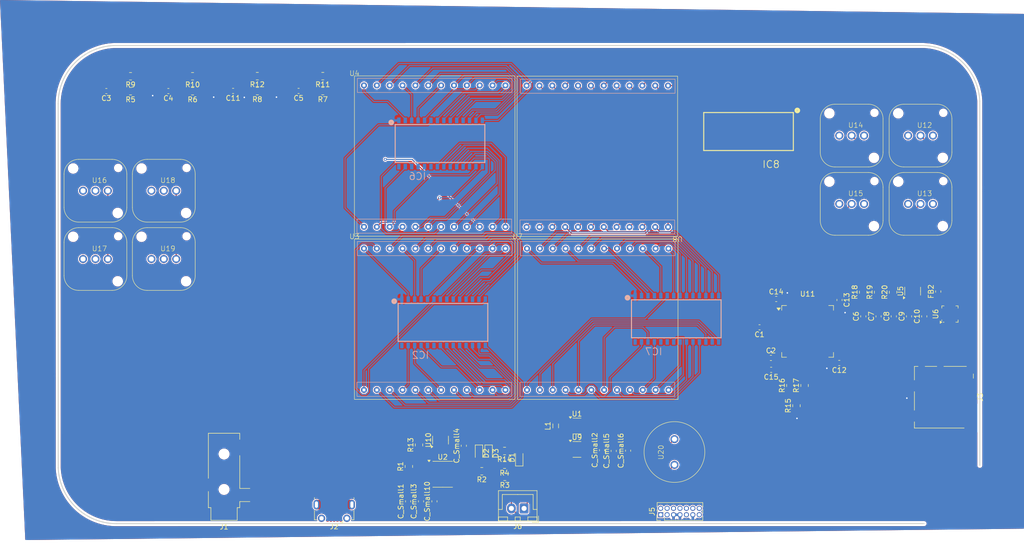
<source format=kicad_pcb>
(kicad_pcb (version 20240108) (generator "pcbnew") (generator_version "8.0")
  (layers (0 "F.Cu" signal) (1 "In1.Cu" signal) (2 "In2.Cu" signal) (31 "B.Cu" signal) (34 "B.Paste" user) (35 "F.Paste" user) (36 "B.SilkS" user "B.Silkscreen") (37 "F.SilkS" user "F.Silkscreen") (38 "B.Mask" user) (39 "F.Mask" user) (44 "Edge.Cuts" user))
  (net 0 "")
  (net 1 "NRST")
  (net 2 "GND")
  (net 3 "+3.3V")
  (net 4 "/Alim/+5V")
  (net 5 "Net-(U6-VAG)")
  (net 6 "Net-(U5-OUT)")
  (net 7 "Net-(C9-Pad2)")
  (net 8 "/Audio/LINEOUT_R")
  (net 9 "/Audio/LINEOUT_L")
  (net 10 "Net-(C10-Pad2)")
  (net 11 "Net-(J6-Pin_2)")
  (net 12 "Net-(U20-Vout)")
  (net 13 "Net-(J6-Pin_1)")
  (net 14 "Net-(U10-VDD)")
  (net 15 "Net-(U9-BP)")
  (net 16 "Net-(D2-A)")
  (net 17 "Net-(D1-A)")
  (net 18 "Net-(D2-K)")
  (net 19 "Net-(D3-K)")
  (net 20 "+3.3VA")
  (net 21 "Net-(IC2-ROW11{slash}K9)")
  (net 22 "Net-(IC2-COM0{slash}AD)")
  (net 23 "Net-(IC2-COM2{slash}KS1)")
  (net 24 "Net-(IC2-COM3{slash}KS2)")
  (net 25 "Net-(IC2-COM6)")
  (net 26 "Net-(IC2-COM7)")
  (net 27 "Net-(IC2-ROW8{slash}K6)")
  (net 28 "/Driver0/SCL")
  (net 29 "Net-(IC2-ROW3{slash}K1)")
  (net 30 "Net-(IC2-ROW10{slash}K8)")
  (net 31 "Net-(IC2-ROW9{slash}K7)")
  (net 32 "Net-(IC2-ROW2{slash}A0)")
  (net 33 "Net-(IC2-ROW12{slash}K10)")
  (net 34 "Net-(IC2-ROW4{slash}K2)")
  (net 35 "Net-(IC2-ROW6{slash}K4)")
  (net 36 "Net-(IC2-COM5)")
  (net 37 "Net-(IC2-ROW1{slash}A1)")
  (net 38 "Net-(IC2-COM1{slash}KS0)")
  (net 39 "/Driver0/SDA")
  (net 40 "Net-(IC2-ROW7{slash}K5)")
  (net 41 "Net-(IC2-ROW5{slash}K3)")
  (net 42 "Net-(IC6-COM2{slash}KS1)")
  (net 43 "Net-(IC6-COM3{slash}KS2)")
  (net 44 "Net-(IC6-COM5)")
  (net 45 "Net-(IC6-ROW7{slash}K5)")
  (net 46 "Net-(IC6-ROW1{slash}A1)")
  (net 47 "Net-(IC6-COM6)")
  (net 48 "Net-(IC6-COM0{slash}AD)")
  (net 49 "Net-(IC6-ROW5{slash}K3)")
  (net 50 "Net-(IC6-ROW9{slash}K7)")
  (net 51 "Net-(IC6-ROW10{slash}K8)")
  (net 52 "Net-(IC6-COM7)")
  (net 53 "Net-(IC6-COM1{slash}KS0)")
  (net 54 "Net-(IC6-ROW2{slash}A0)")
  (net 55 "Net-(IC6-ROW12{slash}K10)")
  (net 56 "Net-(IC6-ROW4{slash}K2)")
  (net 57 "Net-(IC6-ROW6{slash}K4)")
  (net 58 "Net-(IC6-ROW11{slash}K9)")
  (net 59 "Net-(IC6-ROW3{slash}K1)")
  (net 60 "Net-(IC6-ROW8{slash}K6)")
  (net 61 "Net-(IC7-COM7)")
  (net 62 "Net-(IC7-ROW7{slash}K5)")
  (net 63 "Net-(IC7-ROW1{slash}A1)")
  (net 64 "Net-(IC7-ROW2{slash}A0)")
  (net 65 "Net-(IC7-ROW9{slash}K7)")
  (net 66 "Net-(IC7-ROW6{slash}K4)")
  (net 67 "Net-(IC7-ROW4{slash}K2)")
  (net 68 "Net-(IC7-ROW3{slash}K1)")
  (net 69 "Net-(IC7-COM2{slash}KS1)")
  (net 70 "Net-(IC7-COM3{slash}KS2)")
  (net 71 "Net-(IC7-COM1{slash}KS0)")
  (net 72 "Net-(IC7-ROW12{slash}K10)")
  (net 73 "Net-(IC7-ROW10{slash}K8)")
  (net 74 "Net-(IC7-ROW11{slash}K9)")
  (net 75 "Net-(IC7-ROW8{slash}K6)")
  (net 76 "Net-(IC7-COM0{slash}AD)")
  (net 77 "Net-(IC7-ROW5{slash}K3)")
  (net 78 "Net-(IC8-ROW12{slash}K10)")
  (net 79 "Net-(IC8-COM3{slash}KS2)")
  (net 80 "Net-(IC8-COM6)")
  (net 81 "Net-(IC8-ROW1{slash}A1)")
  (net 82 "Net-(IC8-ROW3{slash}K1)")
  (net 83 "Net-(IC8-ROW11{slash}K9)")
  (net 84 "Net-(IC8-ROW6{slash}K4)")
  (net 85 "Net-(IC8-ROW9{slash}K7)")
  (net 86 "Net-(IC8-ROW4{slash}K2)")
  (net 87 "Net-(IC8-COM7)")
  (net 88 "Net-(IC8-COM0{slash}AD)")
  (net 89 "Net-(IC8-ROW8{slash}K6)")
  (net 90 "Net-(IC8-ROW7{slash}K5)")
  (net 91 "Net-(IC8-COM2{slash}KS1)")
  (net 92 "Net-(IC8-COM4)")
  (net 93 "Net-(IC8-ROW2{slash}A0)")
  (net 94 "Net-(IC8-COM5)")
  (net 95 "Net-(IC8-COM1{slash}KS0)")
  (net 96 "Net-(IC8-ROW5{slash}K3)")
  (net 97 "Net-(IC8-ROW10{slash}K8)")
  (net 109 "SPI1_MISO")
  (net 110 "SPI1_SCK")
  (net 111 "SPI1_MOSI")
  (net 119 "SWDCK")
  (net 120 "USART2_RX")
  (net 121 "USART2_TX")
  (net 122 "SWDIO")
  (net 124 "Net-(U1-SW)")
  (net 125 "Net-(U2-PROG)")
  (net 126 "Net-(U2-~{CHRG})")
  (net 127 "Net-(U2-~{STDBY})")
  (net 128 "+1V8")
  (net 129 "/Audio/I2C_SDA")
  (net 130 "/Audio/I2C_SCL")
  (net 147 "Net-(IC8-ROW15{slash}K13)")
  (net 148 "Net-(IC8-ROW14{slash}K12)")
  (net 151 "A")
  (net 158 "Left")
  (net 160 "Up")
  (net 164 "SelectO")
  (net 167 "Right")
  (net 170 "B")
  (net 171 "StartO")
  (net 175 "Down")
  (net 199 "Net-(IC8-ROW13{slash}K11)")
  (net 200 "Net-(IC2-COM4)")
  (net 201 "Net-(IC6-COM4)")
  (net 202 "Net-(IC7-ROW13{slash}K11)")
  (net 203 "Net-(IC7-ROW15{slash}K13)")
  (net 204 "Net-(IC7-ROW14{slash}K12)")
  (net 205 "Net-(IC2-ROW13{slash}K11)")
  (net 206 "Net-(IC2-ROW14{slash}K12)")
  (net 207 "Net-(IC2-ROW15{slash}K13)")
  (net 208 "Net-(IC6-ROW14{slash}K12)")
  (net 209 "Net-(IC6-ROW15{slash}K13)")
  (net 210 "Net-(IC6-ROW13{slash}K11)")
  (net 211 "Net-(IC7-COM6)")
  (net 212 "Net-(IC7-COM5)")
  (net 213 "Net-(IC7-COM4)")
  (net 214 "Net-(IC2-ROW0{slash}A2)")
  (net 215 "Net-(IC6-ROW0{slash}A2)")
  (net 216 "Net-(IC8-ROW0{slash}A2)")
  (footprint "Capacitor_SMD:C_0603_1608Metric_Pad1.08x0.95mm_HandSolder" (layer "F.Cu") (at 144.15 159.1 90)
    (property "Reference" "C_Small3")
    (property "Value" "10uF")
  )
  (footprint "Capacitor_SMD:C_0603_1608Metric_Pad1.08x0.95mm_HandSolder" (layer "F.Cu") (at 182.2 149.1375 90)
    (property "Reference" "C_Small5")
    (property "Value" "10uF")
  )
  (footprint "Library:Switch carré" (layer "F.Cu") (at 80.650002 97.900002)
    (property "Reference" "U16")
    (property "Value" "~")
  )
  (footprint "Package_SO:SOIC-8-1EP_3.9x4.9mm_P1.27mm_EP2.29x3mm" (layer "F.Cu") (at 148.43 153.75)
    (property "Reference" "U2")
    (property "Value" "TP4056")
  )
  (footprint "Capacitor_SMD:C_0603_1608Metric_Pad1.08x0.95mm_HandSolder" (layer "F.Cu") (at 82 78 180)
    (property "Reference" "C3")
    (property "Value" "10uF")
  )
  (footprint "Library:HT16K33" (layer "F.Cu") (at 209.9813 86 180)
    (property "Reference" "IC8")
    (property "Value" "HTK16K33")
  )
  (footprint "Library:Switch carré" (layer "F.Cu") (at 243.6 100.5)
    (property "Reference" "U13")
    (property "Value" "~")
  )
  (footprint "Capacitor_SMD:C_0603_1608Metric_Pad1.08x0.95mm_HandSolder" (layer "F.Cu") (at 119.97 77.97 180)
    (property "Reference" "C5")
    (property "Value" "10uF")
  )
  (footprint "Resistor_SMD:R_0805_2012Metric_Pad1.20x1.40mm_HandSolder" (layer "F.Cu") (at 160.65 149.15 180)
    (property "Reference" "R14")
    (property "Value" "Rk")
  )
  (footprint "Capacitor_SMD:C_0603_1608Metric_Pad1.08x0.95mm_HandSolder" (layer "F.Cu") (at 214.3 119.1)
    (property "Reference" "C14")
    (property "Value" "100nF")
  )
  (footprint "Package_DFN_QFN:QFN-20-1EP_3x3mm_P0.4mm_EP1.65x1.65mm" (layer "F.Cu") (at 248.61 122.0775 90)
    (property "Reference" "U6")
    (property "Value" "SGTL5000XNLA3")
  )
  (footprint "Library:Switch rond" (layer "F.Cu") (at 192.05 149.4 90)
    (property "Reference" "U20")
    (property "Value" "~")
  )
  (footprint "Library:Switch carré" (layer "F.Cu") (at 230 100.5)
    (property "Reference" "U15")
    (property "Value" "~")
  )
  (footprint "Resistor_SMD:R_0805_2012Metric_Pad1.20x1.40mm_HandSolder" (layer "F.Cu") (at 86.78 78.03 180)
    (property "Reference" "R5")
    (property "Value" "4,7k")
  )
  (footprint "Library:Switch carré" (layer "F.Cu") (at 243.6 87.000002)
    (property "Reference" "U12")
    (property "Value" "~")
  )
  (footprint "Inductor_SMD:L_0603_1608Metric" (layer "F.Cu") (at 246.3 117.6275 90)
    (property "Reference" "FB2")
    (property "Value" "FerriteBead")
  )
  (footprint "Connector_PinHeader_1.27mm:PinHeader_2x07_P1.27mm_Vertical" (layer "F.Cu") (at 191.48 161.75 90)
    (property "Reference" "J5")
    (property "Value" "Conn_02x07_Odd_Even")
  )
  (footprint "Resistor_SMD:R_0805_2012Metric_Pad1.20x1.40mm_HandSolder" (layer "F.Cu") (at 111.8175 75.05 180)
    (property "Reference" "R12")
    (property "Value" "4,7k")
  )
  (footprint "Resistor_SMD:R_0805_2012Metric_Pad1.20x1.40mm_HandSolder" (layer "F.Cu") (at 99.03 75.08 180)
    (property "Reference" "R10")
    (property "Value" "4,7k")
  )
  (footprint "Capacitor_SMD:C_0603_1608Metric_Pad1.08x0.95mm_HandSolder" (layer "F.Cu") (at 94.25 78 180)
    (property "Reference" "C4")
    (property "Value" "10uF")
  )
  (footprint "Capacitor_SMD:C_0603_1608Metric_Pad1.08x0.95mm_HandSolder" (layer "F.Cu") (at 234.51 122.5375 90)
    (property "Reference" "C7")
    (property "Value" "100nF")
  )
  (footprint "Connector_Audio:Jack_3.5mm_CUI_SJ-3523-SMT_Horizontal" (layer "F.Cu") (at 105.25 154.25 180)
    (property "Reference" "J1")
    (property "Value" "AudioJack3")
  )
  (footprint "Package_QFP:LQFP-64_10x10mm_P0.5mm" (layer "F.Cu") (at 220.5 125.5)
    (property "Reference" "U11")
    (property "Value" "STM32G431RBT6")
  )
  (footprint "Library:Switch carré" (layer "F.Cu") (at 230 87.000002)
    (property "Reference" "U14")
    (property "Value" "~")
  )
  (footprint "Resistor_SMD:R_0805_2012Metric_Pad1.20x1.40mm_HandSolder" (layer "F.Cu") (at 160.7 154.25 180)
    (property "Reference" "R3")
    (property "Value" "1,2k")
  )
  (footprint "Capacitor_SMD:C_0603_1608Metric_Pad1.08x0.95mm_HandSolder" (layer "F.Cu") (at 185.05 149.0875 90)
    (property "Reference" "C_Small6")
    (property "Value" "10uF")
  )
  (footprint "Resistor_SMD:R_0805_2012Metric_Pad1.20x1.40mm_HandSolder" (layer "F.Cu") (at 99.03 78.03 180)
    (property "Reference" "R6")
    (property "Value" "4,7k")
  )
  (footprint "Package_TO_SOT_SMD:SOT-23-5" (layer "F.Cu") (at 174.95 144.2125)
    (property "Reference" "U1")
    (property "Value" "TPS613222ADBV")
  )
  (footprint "Resistor_SMD:R_0805_2012Metric_Pad1.20x1.40mm_HandSolder" (layer "F.Cu") (at 143.75 147.95 90)
    (property "Reference" "R13")
    (property "Value" "1k")
  )
  (footprint "Library:BL-M12X883" (layer "F.Cu") (at 131 107.25)
    (property "Reference" "U3")
    (property "Value" "~")
  )
  (footprint "Library:BL-M12X883" (layer "F.Cu") (at 163.2 107.25)
    (property "Reference" "U7")
    (property "Value" "~")
  )
  (footprint "Resistor_SMD:R_0805_2012Metric_Pad1.20x1.40mm_HandSolder" (layer "F.Cu") (at 111.8175 78 180)
    (property "Reference" "R8")
    (property "Value" "4,7k")
  )
  (footprint "Resistor_SMD:R_0805_2012Metric_Pad1.20x1.40mm_HandSolder" (layer "F.Cu") (at 124.75 78 180)
    (property "Reference" "R7")
    (property "Value" "4,7k")
  )
  (footprint "Library:Switch carré" (layer "F.Cu") (at 94.15 111.4)
    (property "Reference" "U19")
    (property "Value" "~")
  )
  (footprint "Resistor_SMD:R_0805_2012Metric_Pad1.20x1.40mm_HandSolder" (layer "F.Cu") (at 219.9 136.2 90)
    (property "Reference" "R17")
    (property "Value" "4,7k")
  )
  (footprint "Capacitor_SMD:C_0603_1608Metric_Pad1.08x0.95mm_HandSolder" (layer "F.Cu") (at 240.53 122.5375 90)
    (property "Reference" "C9")
    (property "Value" "1uF")
  )
  (footprint "Capacitor_SMD:C_0603_1608Metric_Pad1.08x0.95mm_HandSolder" (layer "F.Cu") (at 226.75 131.75 180)
    (property "Reference" "C12")
    (property "Value" "100nF")
  )
  (footprint "Capacitor_SMD:C_0603_1608Metric_Pad1.08x0.95mm_HandSolder" (layer "F.Cu") (at 107.0375 77.97 180)
    (property "Reference" "C11")
    (property "Value" "10uF")
  )
  (footprint "Library:BL-M12X883" (layer "F.Cu") (at 194.82 106.75 180)
    (property "Reference" "U8")
    (property "Value" "~")
  )
  (footprint "Capacitor_SMD:C_0603_1608Metric_Pad1.08x0.95mm_HandSolder" (layer "F.Cu") (at 179.9 148.9875 90)
    (property "Reference" "C_Small2")
    (property "Value" "10uF")
  )
  (footprint "Capacitor_SMD:C_0603_1608Metric_Pad1.08x0.95mm_HandSolder" (layer "F.Cu") (at 213.3 133.1 180)
    (property "Reference" "C15")
    (property "Value" "4,7nF")
  )
  (footprint "Capacitor_SMD:C_0603_1608Metric_Pad1.08x0.95mm_HandSolder" (layer "F.Cu") (at 213.25 130.75)
    (property "Reference" "C2")
    (property "Value" "100nF")
  )
  (footprint "Capacitor_SMD:C_0603_1608Metric_Pad1.08x0.95mm_HandSolder" (layer "F.Cu") (at 146.8 159.1 90)
    (property "Reference" "C_Small10")
    (property "Value" "10uF")
  )
  (footprint "Library:Switch carré" (layer "F.Cu") (at 94.15 97.900002)
    (property "Reference" "U18")
    (property "Value" "~")
  )
  (footprint "Capacitor_SMD:C_0603_1608Metric_Pad1.08x0.95mm_HandSolder" (layer "F.Cu") (at 231.5 122.5375 90)
    (property "Reference" "C6")
    (property "Value" "1uF")
  )
  (footprint "Package_TO_SOT_SMD:SOT-23-5" (layer "F.Cu") (at 174.95 148.8375)
    (property "Reference" "U9")
    (property "Value" "LP2985-3.3")
  )
  (footprint "Connector_USB:USB_Micro-B_Molex-105017-0001" (layer "F.Cu") (at 127 160.9875 180)
    (property "Reference" "J2")
    (property "Value" "USB_B_Micro")
  )
  (footprint "Connector_Card:microSD_HC_Molex_104031-0811" (layer "F.Cu") (at 247.4125 138.5 -90)
    (property "Reference" "J3")
    (property "Value" "Micro_SD_Card")
  )
  (footprint "Resistor_SMD:R_0805_2012Metric_Pad1.20x1.40mm_HandSolder" (layer "F.Cu") (at 160.65 151.85 180)
    (property "Reference" "R4")
    (property "Value" "0,4")
  )
  (footprint "Resistor_SMD:R_0805_2012Metric_Pad1.20x1.40mm_HandSolder" (layer "F.Cu") (at 141.75 152.2 90)
    (property "Reference" "R1")
    (property "Value" "1,2k")
  )
  (footprint "Inductor_SMD:L_0805_2012Metric_Pad1.05x1.20mm_HandSolder" (layer "F.Cu") (at 170.75 144.1875 90)
    (property "Reference" "L1")
    (property "Value" "4.7uH")
  )
  (footprint "LED_SMD:LED_0603_1608Metric_Pad1.05x0.95mm_HandSolder" (layer "F.Cu") (at 155.595 149.62 -90)
    (property "Reference" "D2")
    (property "Value" "LED")
  )
  (footprint "Package_TO_SOT_SMD:SOT-23-5" (layer "F.Cu") (at 148 147 90)
    (property "Reference" "U10")
    (property "Value" "AP9101CK")
  )
  (footprint "Library:Switch carré" (layer "F.Cu") (at 80.650002 111.4)
    (property "Reference" "U17")
    (property "Value" "~")
  )
  (footprint "LED_SMD:LED_0603_1608Metric_Pad1.05x0.95mm_HandSolder" (layer "F.Cu") (at 163.55 150.45 90)
    (property "Reference" "D1")
    (property "Value" "LED")
  )
  (footprint "Resistor_SMD:R_0805_2012Metric_Pad1.20x1.40mm_HandSolder" (layer "F.Cu") (at 86.78 75.08 180)
    (property "Reference" "R9")
    (property "Value" "4,7k")
  )
  (footprint "Library:BL-M12X883" (layer "F.Cu") (at 131 75)
    (property "Reference" "U4")
    (property "Value" "~")
  )
  (footprint "Resistor_SMD:R_0805_2012Metric_Pad1.20x1.40mm_HandSolder" (layer "F.Cu") (at 217.1 136.2 90)
    (property "Reference" "R16")
    (property "Value" "4,7k")
  )
  (footprint "Capacitor_SMD:C_0603_1608Metric_Pad1.08x0.95mm_HandSolder" (layer "F.Cu") (at 237.52 122.5375 90)
    (property "Reference" "C8")
    (property "Value" "1uF")
  )
  (footprint "Resistor_SMD:R_0805_2012Metric_Pad1.20x1.40mm_HandSolder" (layer "F.Cu") (at 237.37 117.7575 90)
    (property "Reference" "R20")
    (property "Value" "1.5k")
  )
  (footprint "Resistor_SMD:R_0805_2012Metric_Pad1.20x1.40mm_HandSolder" (layer "F.Cu") (at 234.42 117.7575 90)
    (property "Reference" "R19")
    (property "Value" "1.5k")
  )
  (footprint "Capacitor_SMD:C_0603_1608Metric_Pad1.08x0.95mm_HandSolder" (layer "F.Cu") (at 243.54 122.5375 90)
    (property "Reference" "C10")
    (property "Value" "1uF")
  )
  (footprint "Capacitor_SMD:C_0603_1608Metric_Pad1.08x0.95mm_HandSolder" (layer "F.Cu") (at 152.6 148.1125 90)
    (property "Reference" "C_Small4")
    (property "Value" "10uF")
  )
  (footprint "LED_SMD:LED_0603_1608Metric_Pad1.05x0.95mm_HandSolder" (layer "F.Cu") (at 157.495 149.62 -90)
    (property "Reference" "D3")
    (property "Value" "LED")
  )
  (footprint "Capacitor_SMD:C_0603_1608Metric_Pad1.08x0.95mm_HandSolder" (layer "F.Cu") (at 226.8 119.3 -90)
    (property "Reference" "C13")
    (property "Value" "100nF")
  )
  (footprint "Capacitor_SMD:C_0603_1608Metric_Pad1.08x0.95mm_HandSolder" (layer "F.Cu") (at 211 124.7 180)
    (property "Reference" "C1")
    (property "Value" "100nF")
  )
  (footprint "Capacitor_SMD:C_0603_1608Metric_Pad1.08x0.95mm_HandSolder" (layer "F.Cu") (at 141.6 159.1 90)
    (property "Reference" "C_Small1")
    (property "Value" "10uF")
  )
  (footprint "Resistor_SMD:R_0805_2012Metric_Pad1.20x1.40mm_HandSolder" (layer "F.Cu") (at 124.75 75.05 180)
    (property "Reference" "R11")
    (property "Value" "4,7k")
  )
  (footprint "Package_TO_SOT_SMD:SOT-23-5" (layer "F.Cu") (at 241.245 117.5575 90)
    (property "Reference" "U5")
    (property "Value" "BU18SD2MG-MTR")
  )
  (footprint "Resistor_SMD:R_0805_2012Metric_Pad1.20x1.40mm_HandSolder" (layer "F.Cu") (at 231.47 117.7575 90)
    (property "Reference" "R18")
    (property "Value" "100")
  )
  (footprint "Resistor_SMD:R_0805_2012Metric_Pad1.20x1.40mm_HandSolder" (layer "F.Cu") (at 218.3 140.2 90)
    (property "Reference" "R15")
    (property "Value" "4,7k")
  )
  (footprint "Connector_JST:JST_XH_B2B-XH-A_1x02_P2.50mm_Vertical" (layer "F.Cu") (at 164.5 160.5 180)
    (property "Reference" "J6")
    (property "Value" "Conn_01x02")
  )
  (footprint "Resistor_SMD:R_0805_2012Metric_Pad1.20x1.40mm_HandSolder" (layer "F.Cu") (at 156.15 153.15 180)
    (property "Reference" "R2")
    (property "Value" "1,2k")
  )
  (footprint "Library:HT16K33" (layer "B.Cu") (at 193.415 123.022)
    (property "Reference" "IC7")
    (property "Value" "HTK16K33")
  )
  (footprint "Library:HT16K33" (layer "B.Cu") (at 146.75 88.37)
    (property "Reference" "IC6")
    (property "Value" "HTK16K33")
  )
  (footprint "Library:HT16K33" (layer "B.Cu") (at 147.335 123.722)
    (property "Reference" "IC2")
    (property "Value" "HTK16K33")
  )
  (gr_line (start 254.5 80) (end 254.510864 152) (stroke (width 0.2)) (layer "Edge.Cuts"))
  (gr_line (start 243.5 163.5) (end 84 163.510864) (stroke (width 0.2)) (layer "Edge.Cuts"))
  (gr_line (start 72.5 152.5) (end 72.489136 80.5) (stroke (width 0.2)) (layer "Edge.Cuts"))
  (gr_arc (start 243 68.989136) (mid 250.960671 72.185692) (end 254.5 80) (stroke (width 0.2)) (layer "Edge.Cuts"))
  (gr_line (start 83.5 69) (end 243 68.989136) (stroke (width 0.2)) (layer "Edge.Cuts"))
  (gr_arc (start 72.489136 80.5) (mid 75.685692 72.539329) (end 83.5 69) (stroke (width 0.2)) (layer "Edge.Cuts"))
  (gr_arc (start 84 163.510864) (mid 76.039329 160.314308) (end 72.5 152.5) (stroke (width 0.2)) (layer "Edge.Cuts"))
  (segment (start 214.775 124.7) (end 214.825 124.75) (width 0.2) (layer "F.Cu") (net 1))
  (segment (start 211.8625 124.7) (end 214.775 124.7) (width 0.2) (layer "F.Cu") (net 1))
  (via (at 109.25 79.25) (size 0.6) (drill 0.3) (layers "F.Cu" "B.Cu") (net 2))
  (via (at 103.2 79.2) (size 0.6) (drill 0.3) (layers "F.Cu" "B.Cu") (net 2))
  (via (at 91.15 78.9) (size 0.6) (drill 0.3) (layers "F.Cu" "B.Cu") (net 2))
  (via (at 115.6 79.2) (size 0.6) (drill 0.3) (layers "F.Cu" "B.Cu") (net 2))
  (segment (start 246.02 118.695) (end 246.3 118.415) (width 0.2) (layer "F.Cu") (net 3))
  (segment (start 215.1625 118.5375) (end 215.8 117.9) (width 0.2) (layer "F.Cu") (net 3))
  (segment (start 240.1 138.8) (end 240.2 138.7) (width 0.2) (layer "F.Cu") (net 3))
  (segment (start 230.47 122.545) (end 230.47 116.172756) (width 0.2) (layer "F.Cu") (net 3))
  (segment (start 213.7625 129.9625) (end 213.3 129.5) (width 0.2) (layer "F.Cu") (net 3))
  (segment (start 214.1125 129.9625) (end 213.7625 129.9625) (width 0.2) (layer "F.Cu") (net 3))
  (segment (start 224.3 132.8) (end 225.35 131.75) (width 0.2) (layer "F.Cu") (net 3))
  (segment (start 237.37 118.7575) (end 240.2325 118.7575) (width 0.2) (layer "F.Cu") (net 3))
  (segment (start 226.175 121.75) (end 227.85 121.75) (width 0.2) (layer "F.Cu") (net 3))
  (segment (start 227.85 121.75) (end 227.9 121.8) (width 0.2) (layer "F.Cu") (net 3))
  (segment (start 185.7375 147.2875) (end 185.825 147.375) (width 0.2) (layer "F.Cu") (net 3))
  (segment (start 247.31886 118.415) (end 249.01 120.10614) (width 0.2) (layer "F.Cu") (net 3))
  (segment (start 240.295 119.357499) (end 240.295 118.695) (width 0.2) (layer "F.Cu") (net 3))
  (segment (start 247.31886 118.415) (end 247.31886 116.31886) (width 0.2) (layer "F.Cu") (net 3))
  (segment (start 244.7875 116.1025) (end 242.195 118.695) (width 0.2) (layer "F.Cu") (net 3))
  (segment (start 240.2 138.7) (end 240.1 138.7) (width 0.2) (layer "F.Cu") (net 3))
  (segment (start 185.825 147.375) (end 185.825 149.175) (width 0.2) (layer "F.Cu") (net 3))
  (segment (start 217.1 137.2) (end 217.1 140) (width 0.2) (layer "F.Cu") (net 3))
  (segment (start 215.1625 119.1) (end 215.1625 118.5375) (width 0.2) (layer "F.Cu") (net 3))
  (segment (start 240.595001 119.6575) (end 240.295 119.357499) (width 0.2) (layer "F.Cu") (net 3))
  (segment (start 214.1625 130.8) (end 214.1125 130.75) (width 0.2) (layer "F.Cu") (net 3))
  (segment (start 242.195 119.357499) (end 241.894999 119.6575) (width 0.2) (layer "F.Cu") (net 3))
  (segment (start 225.35 131.75) (end 225.8875 131.75) (width 0.2) (layer "F.Cu") (net 3))
  (segment (start 230.47 116.172756) (end 231.392756 115.25) (width 0.2) (layer "F.Cu") (net 3))
  (segment (start 240.205 138.695) (end 240.2 138.7) (width 0.2) (layer "F.Cu") (net 3))
  (segment (start 243.935 115.25) (end 244.7875 116.1025) (width 0.2) (layer "F.Cu") (net 3))
  (segment (start 227.2625 120.1625) (end 226.8 120.1625) (width 0.2) (layer "F.Cu") (net 3))
  (segment (start 214.1125 130.75) (end 214.1125 129.9625) (width 0.2) (layer "F.Cu") (net 3))
  (segment (start 229.725 121.8) (end 230.47 122.545) (width 0.2) (layer "F.Cu") (net 3))
  (segment (start 234.42 118.7575) (end 237.37 118.7575) (width 0.2) (layer "F.Cu") (net 3))
  (segment (start 231.392756 115.25) (end 243.935 115.25) (width 0.2) (layer "F.Cu") (net 3))
  (segment (start 242.195 118.695) (end 242.195 119.357499) (width 0.2) (layer "F.Cu") (net 3))
  (segment (start 249.01 120.10614) (end 249.01 120.6275) (width 0.2) (layer "F.Cu") (net 3))
  (segment (start 214.1625 133.1) (end 214.1625 130.8) (width 0.2) (layer "F.Cu") (net 3))
  (segment (start 252.8625 138.695) (end 240.205 138.695) (width 0.2) (layer "F.Cu") (net 3))
  (segment (start 227.9 121.8) (end 227.9 120.8) (width 0.2) (layer "F.Cu") (net 3))
  (segment (start 227.9 121.8) (end 229.725 121.8) (width 0.2) (layer "F.Cu") (net 3))
  (segment (start 247.31886 116.31886) (end 247.1025 116.1025) (width 0.2) (layer "F.Cu") (net 3))
  (segment (start 218.3 141.2) (end 219.9 139.6) (width 0.2) (layer "F.Cu") (net 3))
  (segment (start 214.1125 129.9625) (end 214.825 129.25) (width 0.2) (layer "F.Cu") (net 3))
  (segment (start 82.300002 97.700002) (end 82.300002 111.2) (width 0.2) (layer "F.Cu") (net 3))
  (segment (start 217.1 140) (end 218.3 141.2) (width 0.2) (layer "F.Cu") (net 3))
  (segment (start 185.825 149.175) (end 185.05 149.95) (width 0.2) (layer "F.Cu") (net 3))
  (segment (start 218.4 142.7) (end 218.4 141.3) (width 0.2) (layer "F.Cu") (net 3))
  (segment (start 241.894999 119.6575) (end 240.595001 119.6575) (width 0.2) (layer "F.Cu") (net 3))
  (segment (start 240.1 138.7) (end 240.1 138.8) (width 0.2) (layer "F.Cu") (net 3))
  (segment (start 224.3 132.8) (end 224.3 131.225) (width 0.2) (layer "F.Cu") (net 3))
  (segment (start 216.75 119.825) (end 216.75 118.15) (width 0.2) (layer "F.Cu") (net 3))
  (segment (start 240.2325 118.7575) (end 240.295 118.695) (width 0.2) (layer "F.Cu") (net 3))
  (segment (start 215.8 117.9) (end 216.5 117.9) (width 0.2) (layer "F.Cu") (net 3))
  (segment (start 95.8 104.4) (end 95.8 97.700002) (width 0.2) (layer "F.Cu") (net 3))
  (segment (start 216.75 118.15) (end 216.5 117.9) (width 0.2) (layer "F.Cu") (net 3))
  (segment (start 219.9 139.6) (end 219.9 137.2) (width 0.2) (layer "F.Cu") (net 3))
  (segment (start 227.9 120.8) (end 227.2625 120.1625) (width 0.2) (layer "F.Cu") (net 3))
  (segment (start 176.6875 147.2875) (end 185.7375 147.2875) (width 0.2) (layer "F.Cu") (net 3))
  (segment (start 95.8 111.2) (end 95.8 104.4) (width 0.2) (layer "F.Cu") (net 3))
  (segment (start 247.1025 116.1025) (end 244.7875 116.1025) (width 0.2) (layer "F.Cu") (net 3))
  (segment (start 224.3 131.225) (end 224.25 131.175) (width 0.2) (layer "F.Cu") (net 3))
  (segment (start 218.4 141.3) (end 218.3 141.2) (width 0.2) (layer "F.Cu") (net 3))
  (segment (start 176.0875 147.8875) (end 176.6875 147.2875) (width 0.2) (layer "F.Cu") (net 3))
  (segment (start 246.3 118.415) (end 247.31886 118.415) (width 0.2) (layer "F.Cu") (net 3))
  (via micro (at 216.5 117.9) (size 0.6) (drill 0.3) (layers "F.Cu" "In1.Cu") (net 3))
  (via micro (at 224.3 132.8) (size 0.6) (drill 0.3) (layers "F.Cu" "In1.Cu") (net 3))
  (via micro (at 213.3 129.5) (size 0.6) (drill 0.3) (layers "F.Cu" "In1.Cu") (net 3))
  (via micro (at 227.9 121.8) (size 0.6) (drill 0.3) (layers "F.Cu" "In1.Cu") (net 3))
  (via micro (at 240.1 138.7) (size 0.6) (drill 0.3) (layers "F.Cu" "In1.Cu") (net 3))
  (via micro (at 218.4 142.7) (size 0.6) (drill 0.3) (layers "F.Cu" "In1.Cu") (net 3))
  (segment (start 111.8175 74.05) (end 124.75 74.05) (width 0.2) (layer "F.Cu") (net 4))
  (segment (start 85.195256 74.08) (end 82.8625 76.412756) (width 0.2) (layer "F.Cu") (net 4))
  (segment (start 99.03 74.08) (end 100.03 75.08) (width 0.2) (layer "F.Cu") (net 4))
  (segment (start 118.7025 80.1) (end 123.65 80.1) (width 0.2) (layer "F.Cu") (net 4))
  (segment (start 123.65 80.1) (end 125.75 78) (width 0.2) (layer "F.Cu") (net 4))
  (segment (start 93.0125 80.1) (end 95.1125 78) (width 0.2) (layer "F.Cu") (net 4))
  (segment (start 88.78 74.08) (end 85.195256 74.08) (width 0.2) (layer "F.Cu") (net 4))
  (segment (start 88.78 74.08) (end 99.03 74.08) (width 0.2) (layer "F.Cu") (net 4))
  (segment (start 105.77 80.1) (end 97.75 80.1) (width 0.2) (layer "F.Cu") (net 4))
  (segment (start 107.9 77.97) (end 105.77 80.1) (width 0.2) (layer "F.Cu") (net 4))
  (segment (start 110.7175 80.1) (end 118.7025 80.1) (width 0.2) (layer "F.Cu") (net 4))
  (segment (start 118.7025 80.1) (end 120.8325 77.97) (width 0.2) (layer "F.Cu") (net 4))
  (segment (start 97.75 80.1) (end 97.96 80.1) (width 0.2) (layer "F.Cu") (net 4))
  (segment (start 87.78 75.08) (end 88.78 74.08) (width 0.2) (layer "F.Cu") (net 4))
  (segment (start 82.8625 76.412756) (end 82.8625 78) (width 0.2) (layer "F.Cu") (net 4))
  (segment (start 97.96 80.1) (end 100.03 78.03) (width 0.2) (layer "F.Cu") (net 4))
  (segment (start 111.8175 74.05) (end 112.8175 75.05) (width 0.2) (layer "F.Cu") (net 4))
  (segment (start 84.9625 80.1) (end 89.85 80.1) (width 0.2) (layer "F.Cu") (net 4))
  (segment (start 110.7175 80.1) (end 112.8175 78) (width 0.2) (layer "F.Cu") (net 4))
  (segment (start 105.77 80.1) (end 110.7175 80.1) (width 0.2) (layer "F.Cu") (net 4))
  (segment (start 99.06 74.05) (end 111.8175 74.05) (width 0.2) (layer "F.Cu") (net 4))
  (segment (start 93.0125 80.1) (end 97.75 80.1) (width 0.2) (layer "F.Cu") (net 4))
  (segment (start 99.03 74.08) (end 99.06 74.05) (width 0.2) (layer "F.Cu") (net 4))
  (segment (start 124.75 74.05) (end 125.75 75.05) (width 0.2) (layer "F.Cu") (net 4))
  (segment (start 82.8625 78) (end 84.9625 80.1) (width 0.2) (layer "F.Cu") (net 4))
  (segment (start 87.78 78.03) (end 89.85 80.1) (width 0.2) (layer "F.Cu") (net 4))
  (segment (start 89.85 80.1) (end 93.0125 80.1) (width 0.2) (layer "F.Cu") (net 4))
  (segment (start 232.75 123.412244) (end 232.75 118.0375) (width 0.2) (layer "F.Cu") (net 6))
  (segment (start 232.37 115.8575) (end 239.7325 115.8575) (width 0.2) (layer "F.Cu") (net 6))
  (segment (start 236.6325 124.4625) (end 233.800256 124.4625) (width 0.2) (layer "F.Cu") (net 6))
  (segment (start 232.75 118.0375) (end 231.47 116.7575) (width 0.2) (layer "F.Cu") (net 6))
  (segment (start 237.52 123.575) (end 236.6325 124.4625) (width 0.2) (layer "F.Cu") (net 6))
  (segment (start 233.800256 124.4625) (end 232.75 123.412244) (width 0.2) (layer "F.Cu") (net 6))
  (segment (start 231.47 116.7575) (end 232.37 115.8575) (width 0.2) (layer "F.Cu") (net 6))
  (segment (start 239.7325 115.8575) (end 240.295 116.42) (width 0.2) (layer "F.Cu") (net 6))
  (segment (start 240.53 123.575) (end 242.705 125.75) (width 0.2) (layer "F.Cu") (net 8))
  (segment (start 250.5 123.3175) (end 250.06 122.8775) (width 0.2) (layer "F.Cu") (net 8))
  (segment (start 250.5 125.25) (end 250.5 123.3175) (width 0.2) (layer "F.Cu") (net 8))
  (segment (start 250 125.75) (end 250.5 125.25) (width 0.2) (layer "F.Cu") (net 8))
  (segment (start 242.705 125.75) (end 250 125.75) (width 0.2) (layer "F.Cu") (net 8))
  (segment (start 162 159) (end 158.655 155.655) (width 0.2) (layer "F.Cu") (net 11))
  (segment (start 141.35 148.95) (end 139.7 150.6) (width 0.2) (layer "F.Cu") (net 11))
  (segment (start 163.3 161.8) (end 184.29 161.8) (width 0.2) (layer "F.Cu") (net 11))
  (segment (start 142.4375 160.8) (end 147.266722 160.8) (width 0.2) (layer "F.Cu") (net 11))
  (segment (start 162 160.5) (end 163.3 161.8) (width 0.2) (layer "F.Cu") (net 11))
  (segment (start 147.266722 160.8) (end 150.905 157.161722) (width 0.2) (layer "F.Cu") (net 11))
  (segment (start 184.29 161.8) (end 194.2 151.89) (width 0.2) (layer "F.Cu") (net 11))
  (segment (start 162 160.5) (end 162 159) (width 0.2) (layer "F.Cu") (net 11))
  (segment (start 143.75 148.95) (end 141.35 148.95) (width 0.2) (layer "F.Cu") (net 11))
  (segment (start 141.6 159.9625) (end 142.4375 160.8) (width 0.2) (layer "F.Cu") (net 11))
  (segment (start 150.905 157.161722) (end 150.905 155.655) (width 0.2) (layer "F.Cu") (net 11))
  (segment (start 139.7 158.0625) (end 141.6 159.9625) (width 0.2) (layer "F.Cu") (net 11))
  (segment (start 158.655 155.655) (end 150.905 155.655) (width 0.2) (layer "F.Cu") (net 11))
  (segment (start 139.7 150.6) (end 139.7 158.0625) (width 0.2) (layer "F.Cu") (net 11))
  (segment (start 194.2 146.81) (end 190.1725 150.8375) (width 0.2) (layer "F.Cu") (net 12))
  (segment (start 173.8125 147.8875) (end 173.150001 147.8875) (width 0.2) (layer "F.Cu") (net 12))
  (segment (start 172.85 149.2) (end 173.4375 149.7875) (width 0.2) (layer "F.Cu") (net 12))
  (segment (start 174.4125 150.3875) (end 179.3625 150.3875) (width 0.2) (layer "F.Cu") (net 12))
  (segment (start 173.4375 149.7875) (end 173.8125 149.7875) (width 0.2) (layer "F.Cu") (net 12))
  (segment (start 171.2625 145.3375) (end 173.8125 147.8875) (width 0.2) (layer "F.Cu") (net 12))
  (segment (start 173.150001 147.8875) (end 172.85 148.187501) (width 0.2) (layer "F.Cu") (net 12))
  (segment (start 190.1725 150.8375) (end 180.8875 150.8375) (width 0.2) (layer "F.Cu") (net 12))
  (segment (start 170.75 145.3375) (end 171.2625 145.3375) (width 0.2) (layer "F.Cu") (net 12))
  (segment (start 179.3625 150.3875) (end 179.9 149.85) (width 0.2) (layer "F.Cu") (net 12))
  (segment (start 180.8875 150.8375) (end 179.9 149.85) (width 0.2) (layer "F.Cu") (net 12))
  (segment (start 172.85 148.187501) (end 172.85 149.2) (width 0.2) (layer "F.Cu") (net 12))
  (segment (start 173.8125 149.7875) (end 174.4125 150.3875) (width 0.2) (layer "F.Cu") (net 12))
  (segment (start 149.7875 148.975) (end 152.6 148.975) (width 0.2) (layer "F.Cu") (net 13))
  (segment (start 164.5 160.5) (end 165.125 159.875) (width 0.2) (layer "F.Cu") (net 13))
  (segment (start 165.125 159.875) (end 165.125 148.726907) (width 0.2) (layer "F.Cu") (net 13))
  (segment (start 165.125 148.726907) (end 163.298093 146.9) (width 0.2) (layer "F.Cu") (net 13))
  (segment (start 148.95 148.1375) (end 149.7875 148.975) (width 0.2) (layer "F.Cu") (net 13))
  (segment (start 163.298093 146.9) (end 154.675 146.9) (width 0.2) (layer "F.Cu") (net 13))
  (segment (start 154.675 146.9) (end 152.6 148.975) (width 0.2) (layer "F.Cu") (net 13))
  (segment (start 148.025 147.175) (end 148 147.2) (width 0.2) (layer "F.Cu") (net 14))
  (segment (start 143.75 146.95) (end 147.75 146.95) (width 0.2) (layer "F.Cu") (net 14))
  (segment (start 152.6 147.25) (end 152.525 147.175) (width 0.2) (layer "F.Cu") (net 14))
  (segment (start 148 147.2) (end 148 148.1375) (width 0.2) (layer "F.Cu") (net 14))
  (segment (start 152.525 147.175) (end 148.025 147.175) (width 0.2) (layer "F.Cu") (net 14))
  (segment (start 147.75 146.95) (end 148 147.2) (width 0.2) (layer "F.Cu") (net 14))
  (segment (start 176.8625 149.0125) (end 176.0875 149.7875) (width 0.2) (layer "F.Cu") (net 15))
  (segment (start 182.2 150) (end 181.2125 149.0125) (width 0.2) (layer "F.Cu") (net 15))
  (segment (start 181.2125 149.0125) (end 176.8625 149.0125) (width 0.2) (layer "F.Cu") (net 15))
  (segment (start 145.955 155.655) (end 142.620256 155.655) (width 0.2) (layer "F.Cu") (net 16))
  (segment (start 155.705 151.845) (end 155.71 151.85) (width 0.2) (layer "F.Cu") (net 16))
  (segment (start 155.71 151.85) (end 157.35 151.85) (width 0.2) (layer "F.Cu") (net 16))
  (segment (start 145.955 155.655) (end 145.955 159.1175) (width 0.2) (layer "F.Cu") (net 16))
  (segment (start 145.955 159.1175) (end 146.8 159.9625) (width 0.2) (layer "F.Cu") (net 16))
  (segment (start 150.905 151.845) (end 155.55 151.845) (width 0.2) (layer "F.Cu") (net 16))
  (segment (start 157.495 151.705) (end 157.495 150.495) (width 0.2) (layer "F.Cu") (net 16))
  (segment (start 140.6 150.75) (end 141.25 150.1) (width 0.2) (layer "F.Cu") (net 16))
  (segment (start 142.620256 155.655) (end 140.6 153.634744) (width 0.2) (layer "F.Cu") (net 16))
  (segment (start 155.595 151.8) (end 155.595 150.495) (width 0.2) (layer "F.Cu") (net 16))
  (segment (start 155.55 151.845) (end 155.705 151.845) (width 0.2) (layer "F.Cu") (net 16))
  (segment (start 157.35 151.85) (end 157.495 151.705) (width 0.2) (layer "F.Cu") (net 16))
  (segment (start 157.35 151.85) (end 159.65 151.85) (width 0.2) (layer "F.Cu") (net 16))
  (segment (start 149.16 150.1) (end 150.905 151.845) (width 0.2) (layer "F.Cu") (net 16))
  (segment (start 155.55 151.845) (end 155.595 151.8) (width 0.2) (layer "F.Cu") (net 16))
  (segment (start 140.6 153.634744) (end 140.6 150.75) (width 0.2) (layer "F.Cu") (net 16))
  (segment (start 141.25 150.1) (end 149.16 150.1) (width 0.2) (layer "F.Cu") (net 16))
  (segment (start 161.65 151.85) (end 161.65 149.15) (width 0.2) (layer "F.Cu") (net 17))
  (segment (start 161.65 149.15) (end 163.125 149.15) (width 0.2) (layer "F.Cu") (net 17))
  (segment (start 163.025 151.85) (end 163.55 151.325) (width 0.2) (layer "F.Cu") (net 17))
  (segment (start 163.125 149.15) (end 163.55 149.575) (width 0.2) (layer "F.Cu") (net 17))
  (segment (start 161.65 151.85) (end 163.025 151.85) (width 0.2) (layer "F.Cu") (net 17))
  (segment (start 156.42 147.92) (end 155.595 148.745) (width 0.2) (layer "F.Cu") (net 18))
  (segment (start 162.004744 147.92) (end 156.42 147.92) (width 0.2) (layer "F.Cu") (net 18))
  (segment (start 161.934744 153.15) (end 162.55 152.534744) (width 0.2) (layer "F.Cu") (net 18))
  (segment (start 164.325 149.058278) (end 164.325 151.841722) (width 0.2) (layer "F.Cu") (net 18))
  (segment (start 162.55 148.465256) (end 162.004744 147.92) (width 0.2) (layer "F.Cu") (net 18))
  (segment (start 163.731978 148.465256) (end 164.325 149.058278) (width 0.2) (layer "F.Cu") (net 18))
  (segment (start 164.325 151.841722) (end 163.631978 152.534744) (width 0.2) (layer "F.Cu") (net 18))
  (segment (start 162.55 148.465256) (end 163.731978 148.465256) (width 0.2) (layer "F.Cu") (net 18))
  (segment (start 163.631978 152.534744) (end 162.55 152.534744) (width 0.2) (layer "F.Cu") (net 18))
  (segment (start 157.15 153.15) (end 161.934744 153.15) (width 0.2) (layer "F.Cu") (net 18))
  (segment (start 164.725 152.007408) (end 164.725 148.892592) (width 0.2) (layer "F.Cu") (net 19))
  (segment (start 155.528278 147.52) (end 154.82 148.228278) (width 0.2) (layer "F.Cu") (net 19))
  (segment (start 156.67 149.57) (end 157.495 148.745) (width 0.2) (layer "F.Cu") (net 19))
  (segment (start 163.732408 153) (end 164.725 152.007408) (width 0.2) (layer "F.Cu") (net 19))
  (segment (start 162.87 147.52) (end 155.528278 147.52) (width 0.2) (layer "F.Cu") (net 19))
  (segment (start 164.725 148.892592) (end 163.352408 147.52) (width 0.2) (layer "F.Cu") (net 19))
  (segment (start 162.95 153) (end 163.732408 153) (width 0.2) (layer "F.Cu") (net 19))
  (segment (start 155.128278 149.57) (end 156.67 149.57) (width 0.2) (layer "F.Cu") (net 19))
  (segment (start 163.352408 147.52) (end 162.87 147.52) (width 0.2) (layer "F.Cu") (net 19))
  (segment (start 154.82 148.228278) (end 154.82 149.261722) (width 0.2) (layer "F.Cu") (net 19))
  (segment (start 161.7 154.25) (end 162.95 153) (width 0.2) (layer "F.Cu") (net 19))
  (segment (start 154.82 149.261722) (end 155.128278 149.57) (width 0.2) (layer "F.Cu") (net 19))
  (segment (start 245 118.14) (end 245 121.75) (width 0.2) (layer "F.Cu") (net 20))
  (segment (start 247.5025 124.2525) (end 248.40636 124.2525) (width 0.2) (layer "F.Cu") (net 20))
  (segment (start 245 121.75) (end 247.5025 124.2525) (width 0.2) (layer "F.Cu") (net 20))
  (segment (start 248.61 124.04886) (end 248.61 123.5275) (width 0.2) (layer "F.Cu") (net 20))
  (segment (start 248.40636 124.2525) (end 248.61 124.04886) (width 0.2) (layer "F.Cu") (net 20))
  (segment (start 246.3 116.84) (end 245 118.14) (width 0.2) (layer "F.Cu") (net 20))
  (segment (start 157.7 115.5) (end 163.05 110.15) (width 0.2) (layer "B.Cu") (net 21))
  (segment (start 157.1 107.43) (end 147.28 107.43) (width 0.2) (layer "B.Cu") (net 21))
  (segment (start 153.05 119.15) (end 153.05 118.9087) (width 0.2) (layer "B.Cu") (net 21))
  (segment (start 163.05 108.118629) (end 161.731371 106.8) (width 0.2) (layer "B.Cu") (net 21))
  (segment (start 156.4587 115.5) (end 157.7 115.5) (width 0.2) (layer "B.Cu") (net 21))
  (segment (start 147.28 107.43) (end 145.58 109.13) (width 0.2) (layer "B.Cu") (net 21))
  (segment (start 163.05 110.15) (end 163.05 108.118629) (width 0.2) (layer "B.Cu") (net 21))
  (segment (start 153.05 118.9087) (end 156.4587 115.5) (width 0.2) (layer "B.Cu") (net 21))
  (segment (start 157.73 106.8) (end 157.1 107.43) (width 0.2) (layer "B.Cu") (net 21))
  (segment (start 161.731371 106.8) (end 157.73 106.8) (width 0.2) (layer "B.Cu") (net 21))
  (segment (start 141.62 117.87) (end 141.62 119.15) (width 0.2) (layer "B.Cu") (net 22))
  (segment (start 132.88 109.13) (end 141.62 117.87) (width 0.2) (layer "B.Cu") (net 22))
  (segment (start 144.16 119.15) (end 144.16 113.09) (width 0.2) (layer "B.Cu") (net 23))
  (segment (start 144.16 113.09) (end 148.12 109.13) (width 0.2) (layer "B.Cu") (net 23))
  (segment (start 145.43 118.9087) (end 155.2087 109.13) (width 0.2) (layer "B.Cu") (net 24))
  (segment (start 145.43 119.15) (end 145.43 118.9087) (width 0.2) (layer "B.Cu") (net 24))
  (segment (start 155.2087 109.13) (end 155.74 109.13) (width 0.2) (layer "B.Cu") (net 24))
  (segment (start 141.62 135.96) (end 140.5 137.08) (width 0.2) (layer "B.Cu") (net 25))
  (segment (start 141.62 128.294) (end 141.62 135.96) (width 0.2) (layer "B.Cu") (net 25))
  (segment (start 146.7 119.3913) (end 132.88 133.2113) (width 0.2) (layer "B.Cu") (net 26))
  (segment (start 132.88 133.2113) (end 132.88 137.08) (width 0.2) (layer "B.Cu") (net 26))
  (segment (start 146.7 119.15) (end 146.7 119.3913) (width 0.2) (layer "B.Cu") (net 26))
  (segment (start 133.78 137.452793) (end 133.252793 137.98) (width 0.2) (layer "B.Cu") (net 27))
  (segment (start 134.52 108.23) (end 135.42 109.13) (width 0.2) (layer "B.Cu") (net 27))
  (segment (start 131.25 136.722793) (end 131.25 109.487207) (width 0.2) (layer "B.Cu") (net 27))
  (segment (start 132.507207 108.23) (end 134.52 108.23) (width 0.2) (layer "B.Cu") (net 27))
  (segment (start 156.855 119.3933) (end 156.2248 120.0235) (width 0.2) (layer "B.Cu") (net 27))
  (segment (start 133.252793 137.98) (end 132.507207 137.98) (width 0.2) (layer "B.Cu") (net 27))
  (segment (start 156.2248 120.0235) (end 146.633486 120.0235) (width 0.2) (layer "B.Cu") (net 27))
  (segment (start 146.633486 120.0235) (end 133.78 132.876986) (width 0.2) (layer "B.Cu") (net 27))
  (segment (start 133.78 132.876986) (end 133.78 137.452793) (width 0.2) (layer "B.Cu") (net 27))
  (segment (start 156.855 119.152) (end 156.855 119.3933) (width 0.2) (layer "B.Cu") (net 27))
  (segment (start 132.507207 137.98) (end 131.25 136.722793) (width 0.2) (layer "B.Cu") (net 27))
  (segment (start 131.25 109.487207) (end 132.507207 108.23) (width 0.2) (layer "B.Cu") (net 27))
  (segment (start 99.03 76.08) (end 109.55 76.08) (width 0.2) (layer "F.Cu") (net 28))
  (segment (start 97.03 76.08) (end 98.03 75.08) (width 0.2) (layer "F.Cu") (net 28))
  (segment (start 85.78 75.08) (end 86.78 76.08) (width 0.2) (layer "F.Cu") (net 28))
  (segment (start 86.78 76.08) (end 97.03 76.08) (width 0.2) (layer "F.Cu") (net 28))
  (segment (start 122.72 76.08) (end 123.75 75.05) (width 0.2) (layer "F.Cu") (net 28))
  (segment (start 98.03 75.08) (end 99.03 76.08) (width 0.2) (layer "F.Cu") (net 28))
  (segment (start 109.7875 76.08) (end 110.8175 75.05) (width 0.2) (layer "F.Cu") (net 28))
  (segment (start 109.55 76.08) (end 122.72 76.08) (width 0.2) (layer "F.Cu") (net 28))
  (segment (start 109.55 76.08) (end 109.7875 76.08) (width 0.2) (layer "F.Cu") (net 28))
  (segment (start 195.9502 134.1498) (end 193.02 137.08) (width 0.2) (layer "B.Cu") (net 28))
  (segment (start 194.05 127.3623) (end 194.6898 126.7225) (width 0.2) (layer "B.Cu") (net 28))
  (segment (start 194.6898 126.7225) (end 195.9502 126.7225) (width 0.2) (layer "B.Cu") (net 28))
  (segment (start 194.05 127.594) (end 194.05 127.3623) (width 0.2) (layer "B.Cu") (net 28))
  (segment (start 195.9502 126.7225) (end 195.9502 134.1498) (width 0.2) (layer "B.Cu") (net 28))
  (segment (start 162.52 136.375835) (end 162.52 137.784165) (width 0.2) (layer "B.Cu") (net 29))
  (segment (start 155.7947 132.55) (end 158.694165 132.55) (width 0.2) (layer "B.Cu") (net 29))
  (segment (start 152.48 138.9) (end 150.66 137.08) (width 0.2) (layer "B.Cu") (net 29))
  (segment (start 151.78 128.294) (end 151.78 128.5353) (width 0.2) (layer "B.Cu") (net 29))
  (segment (start 162.52 137.784165) (end 161.404165 138.9) (width 0.2) (layer "B.Cu") (net 29))
  (segment (start 151.78 128.5353) (end 155.7947 132.55) (width 0.2) (layer "B.Cu") (net 29))
  (segment (start 161.404165 138.9) (end 152.48 138.9) (width 0.2) (layer "B.Cu") (net 29))
  (segment (start 158.694165 132.55) (end 162.52 136.375835) (width 0.2) (layer "B.Cu") (net 29))
  (segment (start 145.14 107.03) (end 143.04 109.13) (width 0.2) (layer "B.Cu") (net 30))
  (segment (start 157.865686 115.9) (end 163.45 110.315686) (width 0.2) (layer "B.Cu") (net 30))
  (segment (start 156.7 107.03) (end 145.14 107.03) (width 0.2) (layer "B.Cu") (net 30))
  (segment (start 154.32 118.9087) (end 157.3287 115.9) (width 0.2) (layer "B.Cu") (net 30))
  (segment (start 157.3287 115.9) (end 157.865686 115.9) (width 0.2) (layer "B.Cu") (net 30))
  (segment (start 157.33 106.4) (end 156.7 107.03) (width 0.2) (layer "B.Cu") (net 30))
  (segment (start 154.32 119.15) (end 154.32 118.9087) (width 0.2) (layer "B.Cu") (net 30))
  (segment (start 161.897057 106.4) (end 157.33 106.4) (width 0.2) (layer "B.Cu") (net 30))
  (segment (start 163.45 107.952943) (end 161.897057 106.4) (width 0.2) (layer "B.Cu") (net 30))
  (segment (start 163.45 110.315686) (end 163.45 107.952943) (width 0.2) (layer "B.Cu") (net 30))
  (segment (start 162.062743 106) (end 156.93 106) (width 0.2) (layer "B.Cu") (net 31))
  (segment (start 155.585 118.9107) (end 163.85 110.6457) (width 0.2) (layer "B.Cu") (net 31))
  (segment (start 140.46 106.63) (end 137.96 109.13) (width 0.2) (layer "B.Cu") (net 31))
  (segment (start 163.85 110.6457) (end 163.85 107.787257) (width 0.2) (layer "B.Cu") (net 31))
  (segment (start 156.3 106.63) (end 140.46 106.63) (width 0.2) (layer "B.Cu") (net 31))
  (segment (start 163.85 107.787257) (end 162.062743 106) (width 0.2) (layer "B.Cu") (net 31))
  (segment (start 155.585 119.152) (end 155.585 118.9107) (width 0.2) (layer "B.Cu") (net 31))
  (segment (start 156.93 106) (end 156.3 106.63) (width 0.2) (layer "B.Cu") (net 31))
  (segment (start 160.653779 135.0753) (end 162.12 136.541521) (width 0.2) (layer "B.Cu") (net 32))
  (segment (start 150.51 128.294) (end 150.51 128.5353) (width 0.2) (layer "B.Cu") (net 32))
  (segment (start 150.51 128.5353) (end 157.05 135.0753) (width 0.2) (layer "B.Cu") (net 32))
  (segment (start 157.05 135.0753) (end 160.653779 135.0753) (width 0.2) (layer "B.Cu") (net 32))
  (segment (start 162.12 136.541521) (end 162.12 137.618479) (width 0.2) (layer "B.Cu") (net 32))
  (segment (start 154.62 138.5) (end 153.2 137.08) (width 0.2) (layer "B.Cu") (net 32))
  (segment (start 162.12 137.618479) (end 161.238479 138.5) (width 0.2) (layer "B.Cu") (net 32))
  (segment (start 161.238479 138.5) (end 154.62 138.5) (width 0.2) (layer "B.Cu") (net 32))
  (segment (start 162.65 108.284315) (end 161.565685 107.2) (width 0.2) (layer "B.Cu") (net 33))
  (segment (start 151.96 107.83) (end 150.66 109.13) (width 0.2) (layer "B.Cu") (net 33))
  (segment (start 151.78 118.9087) (end 155.8387 114.85) (width 0.2) (layer "B.Cu") (net 33))
  (segment (start 158.13 107.2) (end 157.5 107.83) (width 0.2) (layer "B.Cu") (net 33))
  (segment (start 157.5 107.83) (end 151.96 107.83) (width 0.2) (layer "B.Cu") (net 33))
  (segment (start 151.78 119.15) (end 151.78 118.9087) (width 0.2) (layer "B.Cu") (net 33))
  (segment (start 161.565685 107.2) (end 158.13 107.2) (width 0.2) (layer "B.Cu") (net 33))
  (segment (start 162.65 109.704165) (end 162.65 108.284315) (width 0.2) (layer "B.Cu") (net 33))
  (segment (start 155.8387 114.85) (end 157.504165 114.85) (width 0.2) (layer "B.Cu") (net 33))
  (segment (start 157.504165 114.85) (end 162.65 109.704165) (width 0.2) (layer "B.Cu") (net 33))
  (segment (start 161.569851 139.3) (end 147.8 139.3) (width 0.2) (layer "B.Cu") (net 34))
  (segment (start 162.92 137.949851) (end 161.569851 139.3) (width 0.2) (layer "B.Cu") (net 34))
  (segment (start 155.5647 131.05) (end 157.759851 131.05) (width 0.2) (layer "B.Cu") (net 34))
  (segment (start 162.92 136.210149) (end 162.92 137.949851) (width 0.2) (layer "B.Cu") (net 34))
  (segment (start 153.05 128.5353) (end 155.5647 131.05) (width 0.2) (layer "B.Cu") (net 34))
  (segment (start 147.8 139.3) (end 145.58 137.08) (width 0.2) (layer "B.Cu") (net 34))
  (segment (start 153.05 128.294) (end 153.05 128.5353) (width 0.2) (layer "B.Cu") (net 34))
  (segment (start 157.759851 131.05) (end 162.92 136.210149) (width 0.2) (layer "B.Cu") (net 34))
  (segment (start 163.72 135.878777) (end 163.72 138.281223) (width 0.2) (layer "B.Cu") (net 35))
  (segment (start 163.72 138.281223) (end 161.901223 140.1) (width 0.2) (layer "B.Cu") (net 35))
  (segment (start 157.791223 129.95) (end 163.72 135.878777) (width 0.2) (layer "B.Cu") (net 35))
  (segment (start 140.98 140.1) (end 137.96 137.08) (width 0.2) (layer "B.Cu") (net 35))
  (segment (start 155.585 128.282) (end 155.585 129.669314) (width 0.2) (layer "B.Cu") (net 35))
  (segment (start 155.585 129.669314) (end 155.865686 129.95) (width 0.2) (layer "B.Cu") (net 35))
  (segment (start 155.865686 129.95) (end 157.791223 129.95) (width 0.2) (layer "B.Cu") (net 35))
  (segment (start 161.901223 140.1) (end 140.98 140.1) (width 0.2) (layer "B.Cu") (net 35))
  (segment (start 142.89 131.85) (end 148.12 137.08) (width 0.2) (layer "B.Cu") (net 36))
  (segment (start 142.89 128.294) (end 142.89 131.85) (width 0.2) (layer "B.Cu") (net 36))
  (segment (start 156.4847 135.78) (end 160.792793 135.78) (width 0.2) (layer "B.Cu") (net 37))
  (segment (start 161.072793 138.1) (end 159.3 138.1) (width 0.2) (layer "B.Cu") (net 37))
  (segment (start 149.24 128.294) (end 149.24 128.5353) (width 0.2) (layer "B.Cu") (net 37))
  (segment (start 160.792793 135.78) (end 161.72 136.707207) (width 0.2) (layer "B.Cu") (net 37))
  (segment (start 161.72 137.452793) (end 161.072793 138.1) (width 0.2) (layer "B.Cu") (net 37))
  (segment (start 149.24 128.5353) (end 156.4847 135.78) (width 0.2) (layer "B.Cu") (net 37))
  (segment (start 159.3 138.1) (end 158.28 137.08) (width 0.2) (layer "B.Cu") (net 37))
  (segment (start 161.72 136.707207) (end 161.72 137.452793) (width 0.2) (layer "B.Cu") (net 37))
  (segment (start 142.89 119.15) (end 142.89 111.52) (width 0.2) (layer "B.Cu") (net 38))
  (segment (start 142.89 111.52) (end 140.5 109.13) (width 0.2) (layer "B.Cu") (net 38))
  (segment (start 109.8775 77) (end 122.75 77) (width 0.2) (layer "F.Cu") (net 39))
  (segment (start 97.03 77.03) (end 98.03 78.03) (width 0.2) (layer "F.Cu") (net 39))
  (segment (start 99.445256 77.03) (end 109.8475 77.03) (width 0.2) (layer "F.Cu") (net 39))
  (segment (start 109.8475 77.03) (end 109.8775 77) (width 0.2) (layer "F.Cu") (net 39))
  (segment (start 109.8475 77.03) (end 110.8175 78) (width 0.2) (layer "F.Cu") (net 39))
  (segment (start 98.03 78.03) (end 98.445256 78.03) (width 0.2) (layer "F.Cu") (net 39))
  (segment (start 85.78 78.03) (end 86.78 77.03) (width 0.2) (layer "F.Cu") (net 39))
  (segment (start 122.75 77) (end 123.75 78) (width 0.2) (layer "F.Cu") (net 39))
  (segment (start 98.445256 78.03) (end 99.445256 77.03) (width 0.2) (layer "F.Cu") (net 39))
  (segment (start 86.78 77.03) (end 97.03 77.03) (width 0.2) (layer "F.Cu") (net 39))
  (segment (start 138.84 140.5) (end 135.42 137.08) (width 0.2) (layer "B.Cu") (net 40))
  (segment (start 164.12 135.547) (end 164.12 138.446909) (width 0.2) (layer "B.Cu") (net 40))
  (segment (start 164.12 138.446909) (end 162.066909 140.5) (width 0.2) (layer "B.Cu") (net 40))
  (segment (start 156.855 128.282) (end 164.12 135.547) (width 0.2) (layer "B.Cu") (net 40))
  (segment (start 162.066909 140.5) (end 138.84 140.5) (width 0.2) (layer "B.Cu") (net 40))
  (segment (start 154.32 128.294) (end 154.32 128.97) (width 0.2) (layer "B.Cu") (net 41))
  (segment (start 161.735537 139.7) (end 145.66 139.7) (width 0.2) (layer "B.Cu") (net 41))
  (segment (start 145.66 139.7) (end 143.04 137.08) (width 0.2) (layer "B.Cu") (net 41))
  (segment (start 163.32 138.115537) (end 161.735537 139.7) (width 0.2) (layer "B.Cu") (net 41))
  (segment (start 163.32 136.044463) (end 163.32 138.115537) (width 0.2) (layer "B.Cu") (net 41))
  (segment (start 154.32 128.97) (end 155.7 130.35) (width 0.2) (layer "B.Cu") (net 41))
  (segment (start 155.7 130.35) (end 157.625537 130.35) (width 0.2) (layer "B.Cu") (net 41))
  (segment (start 157.625537 130.35) (end 163.32 136.044463) (width 0.2) (layer "B.Cu") (net 41))
  (segment (start 143.575 81.425) (end 148.12 76.88) (width 0.2) (layer "B.Cu") (net 42))
  (segment (start 143.575 83.798) (end 143.575 81.425) (width 0.2) (layer "B.Cu") (net 42))
  (segment (start 144.845 83.5567) (end 150.6217 77.78) (width 0.2) (layer "B.Cu") (net 43))
  (segment (start 154.84 77.78) (end 155.74 76.88) (width 0.2) (layer "B.Cu") (net 43))
  (segment (start 150.6217 77.78) (end 154.84 77.78) (width 0.2) (layer "B.Cu") (net 43))
  (segment (start 144.845 83.798) (end 144.845 83.5567) (width 0.2) (layer "B.Cu") (net 43))
  (segment (start 136.32 105.17) (end 137.3 106.15) (width 0.2) (layer "B.Cu") (net 44))
  (segment (start 137.3 106.15) (end 146.8 106.15) (width 0.2) (layer "B.Cu") (net 44))
  (segment (start 142.305 92.942) (end 142.305 92.7007) (width 0.2) (layer "B.Cu") (net 44))
  (segment (start 141.5043 91.9) (end 139.3053 91.9) (width 0.2) (layer "B.Cu") (net 44))
  (segment (start 139.3053 91.9) (end 136.32 94.8853) (width 0.2) (layer "B.Cu") (net 44))
  (segment (start 142.305 92.7007) (end 141.5043 91.9) (width 0.2) (layer "B.Cu") (net 44))
  (segment (start 136.32 94.8853) (end 136.32 105.17) (width 0.2) (layer "B.Cu") (net 44))
  (segment (start 146.8 106.15) (end 148.12 104.83) (width 0.2) (layer "B.Cu") (net 44))
  (segment (start 142.97 103.93) (end 136.32 103.93) (width 0.2) (layer "F.Cu") (net 45))
  (segment (start 136.32 103.93) (end 135.42 104.83) (width 0.2) (layer "F.Cu") (net 45))
  (segment (start 147.8 99.1) (end 142.97 103.93) (width 0.2) (layer "F.Cu") (net 45))
  (via (at 147.8 99.1) (size 0.6) (drill 0.3) (layers "F.Cu" "B.Cu") (net 45))
  (segment (start 156.27 92.93) (end 156.27 93.1713) (width 0.2) (layer "B.Cu") (net 45))
  (segment (start 156.27 93.1713) (end 150.3913 99.05) (width 0.2) (layer "B.Cu") (net 45))
  (segment (start 147.8 99.1) (end 147.8 99.05) (width 0.2) (layer "B.Cu") (net 45))
  (segment (start 150.3913 99.05) (end 147.8 99.1) (width 0.2) (layer "B.Cu") (net 45))
  (segment (start 160 91.2) (end 160 103.11) (width 0.2) (layer "B.Cu") (net 46))
  (segment (start 148.655 92.942) (end 148.655 92.7007) (width 0.2) (layer "B.Cu") (net 46))
  (segment (start 160 103.11) (end 158.28 104.83) (width 0.2) (layer "B.Cu") (net 46))
  (segment (start 157.5 88.7) (end 160 91.2) (width 0.2) (layer "B.Cu") (net 46))
  (segment (start 152.6557 88.7) (end 157.5 88.7) (width 0.2) (layer "B.Cu") (net 46))
  (segment (start 148.655 92.7007) (end 152.6557 88.7) (width 0.2) (layer "B.Cu") (net 46))
  (segment (start 141.035 93.1833) (end 137.06 97.1583) (width 0.2) (layer "B.Cu") (net 47))
  (segment (start 137.607207 105.75) (end 139.58 105.75) (width 0.2) (layer "B.Cu") (net 47))
  (segment (start 141.035 92.942) (end 141.035 93.1833) (width 0.2) (layer "B.Cu") (net 47))
  (segment (start 137.06 105.202793) (end 137.607207 105.75) (width 0.2) (layer "B.Cu") (net 47))
  (segment (start 139.58 105.75) (end 140.5 104.83) (width 0.2) (layer "B.Cu") (net 47))
  (segment (start 137.06 97.1583) (end 137.06 105.202793) (width 0.2) (layer "B.Cu") (net 47))
  (segment (start 141.035 83.5567) (end 137.5283 80.05) (width 0.2) (layer "B.Cu") (net 48))
  (segment (start 137.5283 80.05) (end 134.8 80.05) (width 0.2) (layer "B.Cu") (net 48))
  (segment (start 132.88 78.13) (end 132.88 76.88) (width 0.2) (layer "B.Cu") (net 48))
  (segment (start 134.8 80.05) (end 132.88 78.13) (width 0.2) (layer "B.Cu") (net 48))
  (segment (start 141.035 83.798) (end 141.035 83.5567) (width 0.2) (layer "B.Cu") (net 48))
  (segment (start 157.45 91.25) (end 157.65 91.45) (width 0.2) (layer "B.Cu") (net 49))
  (segment (start 144.15 104.83) (end 143.04 104.83) (width 0.2) (layer "B.Cu") (net 49))
  (segment (start 153.735 92.942) (end 153.735 92.165) (width 0.2) (layer "B.Cu") (net 49))
  (segment (start 148.9 103) (end 145.98 103) (width 0.2) (layer "B.Cu") (net 49))
  (segment (start 153.735 92.165) (end 154.65 91.25) (width 0.2) (layer "B.Cu") (net 49))
  (segment (start 157.65 94.25) (end 148.9 103) (width 0.2) (layer "B.Cu") (net 49))
  (segment (start 145.98 103) (end 144.15 104.83) (width 0.2) (layer "B.Cu") (net 49))
  (segment (start 157.65 91.45) (end 157.65 94.25) (width 0.2) (layer "B.Cu") (net 49))
  (segment (start 154.65 91.25) (end 157.45 91.25) (width 0.2) (layer "B.Cu") (net 49))
  (segment (start 155 83.5587) (end 156.0087 82.55) (width 0.2) (layer "B.Cu") (net 50))
  (segment (start 155 83.8) (end 155 83.5587) (width 0.2) (layer "B.Cu") (net 50))
  (segment (start 159.251223 82.55) (end 163.72 78.081223) (width 0.2) (layer "B.Cu") (net 50))
  (segment (start 141.89 72.95) (end 137.96 76.88) (width 0.2) (layer "B.Cu") (net 50))
  (segment (start 163.72 75.678777) (end 160.991223 72.95) (width 0.2) (layer "B.Cu") (net 50))
  (segment (start 163.72 78.081223) (end 163.72 75.678777) (width 0.2) (layer "B.Cu") (net 50))
  (segment (start 156.0087 82.55) (end 159.251223 82.55) (width 0.2) (layer "B.Cu") (net 50))
  (segment (start 160.991223 72.95) (end 141.89 72.95) (width 0.2) (layer "B.Cu") (net 50))
  (segment (start 163.32 75.844463) (end 160.925537 73.45) (width 0.2) (layer "B.Cu") (net 51))
  (segment (start 160.925537 73.45) (end 146.47 73.45) (width 0.2) (layer "B.Cu") (net 51))
  (segment (start 155.1417 82.15) (end 159.085537 82.15) (width 0.2) (layer "B.Cu") (net 51))
  (segment (start 146.47 73.45) (end 143.04 76.88) (width 0.2) (layer "B.Cu") (net 51))
  (segment (start 163.32 77.915537) (end 163.32 75.844463) (width 0.2) (layer "B.Cu") (net 51))
  (segment (start 159.085537 82.15) (end 163.32 77.915537) (width 0.2) (layer "B.Cu") (net 51))
  (segment (start 153.735 83.5567) (end 155.1417 82.15) (width 0.2) (layer "B.Cu") (net 51))
  (segment (start 153.735 83.798) (end 153.735 83.5567) (width 0.2) (layer "B.Cu") (net 51))
  (segment (start 129.15 101.1) (end 129.15 91.251471) (width 0.2) (layer "B.Cu") (net 52))
  (segment (start 135.731971 84.6695) (end 145.4848 84.6695) (width 0.2) (layer "B.Cu") (net 52))
  (segment (start 132.88 104.83) (end 129.15 101.1) (width 0.2) (layer "B.Cu") (net 52))
  (segment (start 145.4848 84.6695) (end 146.115 84.0393) (width 0.2) (layer "B.Cu") (net 52))
  (segment (start 146.115 84.0393) (end 146.115 83.798) (width 0.2) (layer "B.Cu") (net 52))
  (segment (start 129.15 91.251471) (end 135.731971 84.6695) (width 0.2) (layer "B.Cu") (net 52))
  (segment (start 142.305 83.798) (end 142.305 78.685) (width 0.2) (layer "B.Cu") (net 53))
  (segment (start 142.305 78.685) (end 140.5 76.88) (width 0.2) (layer "B.Cu") (net 53))
  (segment (start 157.197058 89.3) (end 159.6 91.702942) (width 0.2) (layer "B.Cu") (net 54))
  (segment (start 153.3257 89.3) (end 157.197058 89.3) (width 0.2) (layer "B.Cu") (net 54))
  (segment (start 149.925 92.7007) (end 153.3257 89.3) (width 0.2) (layer "B.Cu") (net 54))
  (segment (start 159.6 98.43) (end 153.2 104.83) (width 0.2) (layer "B.Cu") (net 54))
  (segment (start 149.925 92.942) (end 149.925 92.7007) (width 0.2) (layer "B.Cu") (net 54))
  (segment (start 159.6 91.702942) (end 159.6 98.43) (width 0.2) (layer "B.Cu") (net 54))
  (segment (start 162.52 76.175835) (end 161.244165 74.9) (width 0.2) (layer "B.Cu") (net 55))
  (segment (start 161.244165 74.9) (end 152.64 74.9) (width 0.2) (layer "B.Cu") (net 55))
  (segment (start 152.64 74.9) (end 150.66 76.88) (width 0.2) (layer "B.Cu") (net 55))
  (segment (start 162.52 77.584165) (end 162.52 76.175835) (width 0.2) (layer "B.Cu") (net 55))
  (segment (start 151.195 83.798) (end 151.195 83.5567) (width 0.2) (layer "B.Cu") (net 55))
  (segment (start 154.9017 79.85) (end 160.254165 79.85) (width 0.2) (layer "B.Cu") (net 55))
  (segment (start 160.254165 79.85) (end 162.52 77.584165) (width 0.2) (layer "B.Cu") (net 55))
  (segment (start 151.195 83.5567) (end 154.9017 79.85) (width 0.2) (layer "B.Cu") (net 55))
  (segment (start 152.465 92.7007) (end 154.8157 90.35) (width 0.2) (layer "B.Cu") (net 56))
  (segment (start 157.115686 90.35) (end 158.8 92.034314) (width 0.2) (layer "B.Cu") (net 56))
  (segment (start 152.465 92.942) (end 152.465 92.7007) (width 0.2) (layer "B.Cu") (net 56))
  (segment (start 158.8 93.665686) (end 149.065686 103.4) (width 0.2) (layer "B.Cu") (net 56))
  (segment (start 147.01 103.4) (end 145.58 104.83) (width 0.2) (layer "B.Cu") (net 56))
  (segment (start 154.8157 90.35) (end 157.115686 90.35) (width 0.2) (layer "B.Cu") (net 56))
  (segment (start 149.065686 103.4) (end 147.01 103.4) (width 0.2) (layer "B.Cu") (net 56))
  (segment (start 158.8 92.034314) (end 158.8 93.665686) (width 0.2) (layer "B.Cu") (net 56))
  (segment (start 155 93.1713) (end 155 92.93) (width 0.2) (layer "B.Cu") (net 57))
  (segment (start 138.86 103.93) (end 138.86 101.74) (width 0.2) (layer "B.Cu") (net 57))
  (segment (start 153.6213 94.55) (end 155 93.1713) (width 0.2) (layer "B.Cu") (net 57))
  (segment (start 146.05 94.55) (end 153.6213 94.55) (width 0.2) (layer "B.Cu") (net 57))
  (segment (start 138.86 101.74) (end 146.05 94.55) (width 0.2) (layer "B.Cu") (net 57))
  (segment (start 138.86 103.93) (end 137.96 104.83) (width 0.2) (layer "B.Cu") (net 57))
  (segment (start 147.96 74.5) (end 145.58 76.88) (width 0.2) (layer "B.Cu") (net 58))
  (segment (start 152.465 83.798) (end 152.465 83.5663) (width 0.2) (layer "B.Cu") (net 58))
  (segment (start 162.92 76.010149) (end 161.409851 74.5) (width 0.2) (layer "B.Cu") (net 58))
  (segment (start 154.2813 81.75) (end 158.919851 81.75) (width 0.2) (layer "B.Cu") (net 58))
  (segment (start 158.919851 81.75) (end 162.92 77.749851) (width 0.2) (layer "B.Cu") (net 58))
  (segment (start 162.92 77.749851) (end 162.92 76.010149) (width 0.2) (layer "B.Cu") (net 58))
  (segment (start 161.409851 74.5) (end 147.96 74.5) (width 0.2) (layer "B.Cu") (net 58))
  (segment (start 152.465 83.5663) (end 154.2813 81.75) (width 0.2) (layer "B.Cu") (net 58))
  (segment (start 159.2 91.868628) (end 159.2 96.29) (width 0.2) (layer "B.Cu") (net 59))
  (segment (start 159.2 96.29) (end 150.66 104.83) (width 0.2) (layer "B.Cu") (net 59))
  (segment (start 151.195 92.7007) (end 153.9457 89.95) (width 0.2) (layer "B.Cu") (net 59))
  (segment (start 151.195 92.942) (end 151.195 92.7007) (width 0.2) (layer "B.Cu") (net 59))
  (segment (start 153.9457 89.95) (end 157.281372 89.95) (width 0.2) (layer "B.Cu") (net 59))
  (segment (start 157.281372 89.95) (end 159.2 91.868628) (width 0.2) (layer "B.Cu") (net 59))
  (segment (start 161.95 72.55) (end 139.75 72.55) (width 0.2) (layer "B.Cu") (net 60))
  (segment (start 165.9 77.292793) (end 165.9 76.5) (width 0.2) (layer "B.Cu") (net 60))
  (segment (start 139.75 72.55) (end 135.42 76.88) (width 0.2) (layer "B.Cu") (net 60))
  (segment (start 165.9 76.5) (end 161.95 72.55) (width 0.2) (layer "B.Cu") (net 60))
  (segment (start 159.392793 83.8) (end 165.9 77.292793) (width 0.2) (layer "B.Cu") (net 60))
  (segment (start 156.27 83.8) (end 159.392793 83.8) (width 0.2) (layer "B.Cu") (net 60))
  (segment (start 165.08 135.82) (end 177.85 123.05) (width 0.2) (layer "B.Cu") (net 61))
  (segment (start 192.78 118.6817) (end 192.78 118.45) (width 0.2) (layer "B.Cu") (net 61))
  (segment (start 177.85 123.05) (end 188.4117 123.05) (width 0.2) (layer "B.Cu") (net 61))
  (segment (start 165.08 137.08) (end 165.08 135.82) (width 0.2) (layer "B.Cu") (net 61))
  (segment (start 188.4117 123.05) (end 192.78 118.6817) (width 0.2) (layer "B.Cu") (net 61))
  (segment (start 202.935 127.3407) (end 202.935 127.582) (width 0.2) (layer "B.Cu") (net 62))
  (segment (start 199.0443 123.45) (end 202.935 127.3407) (width 0.2) (layer "B.Cu") (net 62))
  (segment (start 167.62 137.08) (end 167.62 133.845686) (width 0.2) (layer "B.Cu") (net 62))
  (segment (start 178.015686 123.45) (end 199.0443 123.45) (width 0.2) (layer "B.Cu") (net 62))
  (segment (start 167.62 133.845686) (end 178.015686 123.45) (width 0.2) (layer "B.Cu") (net 62))
  (segment (start 190.48 137.08) (end 195.32 132.24) (width 0.2) (layer "B.Cu") (net 63))
  (segment (start 195.32 132.24) (end 195.32 127.594) (width 0.2) (layer "B.Cu") (net 63))
  (segment (start 196.59 135.11) (end 196.59 127.594) (width 0.2) (layer "B.Cu") (net 64))
  (segment (start 193.72 137.98) (end 196.59 135.11) (width 0.2) (layer "B.Cu") (net 64))
  (segment (start 185.4 137.08) (end 186.3 137.98) (width 0.2) (layer "B.Cu") (net 64))
  (segment (start 186.3 137.98) (end 193.72 137.98) (width 0.2) (layer "B.Cu") (net 64))
  (segment (start 201.665 118.452) (end 201.665 113.673777) (width 0.2) (layer "B.Cu") (net 65))
  (segment (start 194.221223 106.23) (end 173.06 106.23) (width 0.2) (layer "B.Cu") (net 65))
  (segment (start 173.06 106.23) (end 170.16 109.13) (width 0.2) (layer "B.Cu") (net 65))
  (segment (start 201.665 113.673777) (end 194.221223 106.23) (width 0.2) (layer "B.Cu") (net 65))
  (segment (start 201.665 126.665) (end 201.665 127.582) (width 0.2) (layer "B.Cu") (net 66))
  (segment (start 170.16 131.94) (end 178.25 123.85) (width 0.2) (layer "B.Cu") (net 66))
  (segment (start 178.25 123.85) (end 198.85 123.85) (width 0.2) (layer "B.Cu") (net 66))
  (segment (start 198.85 123.85) (end 201.665 126.665) (width 0.2) (layer "B.Cu") (net 66))
  (segment (start 170.16 137.08) (end 170.16 131.94) (width 0.2) (layer "B.Cu") (net 66))
  (segment (start 179.48 138.78) (end 194.051371 138.78) (width 0.2) (layer "B.Cu") (net 67))
  (segment (start 177.78 137.08) (end 179.48 138.78) (width 0.2) (layer "B.Cu") (net 67))
  (segment (start 199.13 133.701371) (end 199.13 127.594) (width 0.2) (layer "B.Cu") (net 67))
  (segment (start 194.051371 138.78) (end 199.13 133.701371) (width 0.2) (layer "B.Cu") (net 67))
  (segment (start 184.16 138.38) (end 193.885685 138.38) (width 0.2) (layer "B.Cu") (net 68))
  (segment (start 197.86 134.405685) (end 197.86 127.594) (width 0.2) (layer "B.Cu") (net 68))
  (segment (start 182.86 137.08) (end 184.16 138.38) (width 0.2) (layer "B.Cu") (net 68))
  (segment (start 193.885685 138.38) (end 197.86 134.405685) (width 0.2) (layer "B.Cu") (net 68))
  (segment (start 190.24 118.45) (end 190.24 118.2087) (width 0.2) (layer "B.Cu") (net 69))
  (segment (start 190.24 118.2087) (end 181.1613 109.13) (width 0.2) (layer "B.Cu") (net 69))
  (segment (start 181.1613 109.13) (end 180.32 109.13) (width 0.2) (layer "B.Cu") (net 69))
  (segment (start 191.51 112.7) (end 187.94 109.13) (width 0.2) (layer "B.Cu") (net 70))
  (segment (start 191.51 118.45) (end 191.51 112.7) (width 0.2) (layer "B.Cu") (net 70))
  (segment (start 182.3613 111.6) (end 175.17 111.6) (width 0.2) (layer "B.Cu") (net 71))
  (segment (start 188.97 118.45) (end 188.97 118.2087) (width 0.2) (layer "B.Cu") (net 71))
  (segment (start 175.17 111.6) (end 172.7 109.13) (width 0.2) (layer "B.Cu") (net 71))
  (segment (start 188.97 118.2087) (end 182.3613 111.6) (width 0.2) (layer "B.Cu") (net 71))
  (segment (start 193.724165 107.43) (end 184.56 107.43) (width 0.2) (layer "B.Cu") (net 72))
  (segment (start 197.86 111.565835) (end 193.724165 107.43) (width 0.2) (layer "B.Cu") (net 72))
  (segment (start 197.86 118.45) (end 197.86 111.565835) (width 0.2) (layer "B.Cu") (net 72))
  (segment (start 184.56 107.43) (end 182.86 109.13) (width 0.2) (layer "B.Cu") (net 72))
  (segment (start 200.4 112.974463) (end 194.055537 106.63) (width 0.2) (layer "B.Cu") (net 73))
  (segment (start 177.74 106.63) (end 175.24 109.13) (width 0.2) (layer "B.Cu") (net 73))
  (segment (start 194.055537 106.63) (end 177.74 106.63) (width 0.2) (layer "B.Cu") (net 73))
  (segment (start 200.4 118.45) (end 200.4 112.974463) (width 0.2) (layer "B.Cu") (net 73))
  (segment (start 199.13 118.45) (end 199.13 112.270149) (width 0.2) (layer "B.Cu") (net 74))
  (segment (start 193.889851 107.03) (end 179.88 107.03) (width 0.2) (layer "B.Cu") (net 74))
  (segment (start 179.88 107.03) (end 177.78 109.13) (width 0.2) (layer "B.Cu") (net 74))
  (segment (start 199.13 112.270149) (end 193.889851 107.03) (width 0.2) (layer "B.Cu") (net 74))
  (segment (start 202.935 118.452) (end 202.935 114.378091) (width 0.2) (layer "B.Cu") (net 75))
  (segment (start 170.92 105.83) (end 167.62 109.13) (width 0.2) (layer "B.Cu") (net 75))
  (segment (start 194.386909 105.83) (end 170.92 105.83) (width 0.2) (layer "B.Cu") (net 75))
  (segment (start 202.935 114.378091) (end 194.386909 105.83) (width 0.2) (layer "B.Cu") (net 75))
  (segment (start 187.7 118.45) (end 187.7 117.6785) (width 0.2) (layer "B.Cu") (net 76))
  (segment (start 167.95 112) (end 165.08 109.13) (width 0.2) (layer "B.Cu") (net 76))
  (segment (start 182.0215 112) (end 167.95 112) (width 0.2) (layer "B.Cu") (net 76))
  (segment (start 187.7 117.6785) (end 182.0215 112) (width 0.2) (layer "B.Cu") (net 76))
  (segment (start 198.684314 124.25) (end 200.4 125.965686) (width 0.2) (layer "B.Cu") (net 77))
  (segment (start 178.415686 124.25) (end 198.684314 124.25) (width 0.2) (layer "B.Cu") (net 77))
  (segment (start 175.24 137.08) (end 175.24 127.425686) (width 0.2) (layer "B.Cu") (net 77))
  (segment (start 200.4 125.965686) (end 200.4 127.594) (width 0.2) (layer "B.Cu") (net 77))
  (segment (start 175.24 127.425686) (end 178.415686 124.25) (width 0.2) (layer "B.Cu") (net 77))
  (segment (start 204.12 78.62) (end 205.5363 80.0363) (width 0.2) (layer "F.Cu") (net 78))
  (segment (start 205.5363 80.0363) (end 205.5363 81.428) (width 0.2) (layer "F.Cu") (net 78))
  (segment (start 182.78 76.92) (end 184.48 78.62) (width 0.2) (layer "F.Cu") (net 78))
  (segment (start 184.48 78.62) (end 204.12 78.62) (width 0.2) (layer "F.Cu") (net 78))
  (segment (start 188.76 76.02) (end 207.5916 76.02) (width 0.2) (layer "F.Cu") (net 79))
  (segment (start 187.86 76.92) (end 188.76 76.02) (width 0.2) (layer "F.Cu") (net 79))
  (segment (start 207.5916 76.02) (end 211.8863 80.3147) (width 0.2) (layer "F.Cu") (net 79))
  (segment (start 211.8863 80.3147) (end 211.8863 81.428) (width 0.2) (layer "F.Cu") (net 79))
  (segment (start 199.6565 94.2435) (end 212.1 94.2435) (width 0.2) (layer "F.Cu") (net 80))
  (segment (start 173.92 106.17) (end 188.398479 106.17) (width 0.2) (layer "F.Cu") (net 80))
  (segment (start 189.16 104.74) (end 199.6565 94.2435) (width 0.2) (layer "F.Cu") (net 80))
  (segment (start 188.398479 106.17) (end 189.16 105.408479) (width 0.2) (layer "F.Cu") (net 80))
  (segment (start 215.6963 90.6472) (end 215.6963 90.572) (width 0.2) (layer "F.Cu") (net 80))
  (segment (start 189.16 105.408479) (end 189.16 104.74) (width 0.2) (layer "F.Cu") (net 80))
  (segment (start 172.62 104.87) (end 173.92 106.17) (width 0.2) (layer "F.Cu") (net 80))
  (segment (start 212.1 94.2435) (end 215.6963 90.6472) (width 0.2) (layer "F.Cu") (net 80))
  (segment (start 196.265686 102.817107) (end 196.265686 98.765686) (width 0.2) (layer "F.Cu") (net 81))
  (segment (start 199.987872 95.0435) (end 217.022186 95.0435) (width 0.2) (layer "F.Cu") (net 81))
  (segment (start 217.022186 95.0435) (end 219.2 92.865686) (width 0.2) (layer "F.Cu") (net 81))
  (segment (start 217.165686 87.9) (end 210.5166 87.9) (width 0.2) (layer "F.Cu") (net 81))
  (segment (start 191.3 105.77) (end 193.312793 105.77) (width 0.2) (layer "F.Cu") (net 81))
  (segment (start 208.0763 90.3403) (end 208.0763 90.572) (width 0.2) (layer "F.Cu") (net 81))
  (segment (start 219.2 89.934314) (end 217.165686 87.9) (width 0.2) (layer "F.Cu") (net 81))
  (segment (start 196.265686 98.765686) (end 199.987872 95.0435) (width 0.2) (layer "F.Cu") (net 81))
  (segment (start 219.2 92.865686) (end 219.2 89.934314) (width 0.2) (layer "F.Cu") (net 81))
  (segment (start 210.5166 87.9) (end 208.0763 90.3403) (width 0.2) (layer "F.Cu") (net 81))
  (segment (start 190.4 104.87) (end 191.3 105.77) (width 0.2) (layer "F.Cu") (net 81))
  (segment (start 193.312793 105.77) (end 196.265686 102.817107) (width 0.2) (layer "F.Cu") (net 81))
  (segment (start 203.7061 92.6435) (end 205.5363 90.8133) (width 0.2) (layer "F.Cu") (net 82))
  (segment (start 195.0065 92.6435) (end 203.7061 92.6435) (width 0.2) (layer "F.Cu") (net 82))
  (segment (start 182.78 104.87) (end 195.0065 92.6435) (width 0.2) (layer "F.Cu") (net 82))
  (segment (start 205.5363 90.8133) (end 205.5363 90.572) (width 0.2) (layer "F.Cu") (net 82))
  (segment (start 179.8 79.02) (end 203.62 79.02) (width 0.2) (layer "F.Cu") (net 83))
  (segment (start 203.62 79.02) (end 204.2663 79.6663) (width 0.2) (layer "F.Cu") (net 83))
  (segment (start 204.2663 79.6663) (end 204.2663 81.428) (width 0.2) (layer "F.Cu") (net 83))
  (segment (start 177.7 76.92) (end 179.8 79.02) (width 0.2) (layer "F.Cu") (net 83))
  (segment (start 201.7313 90.8013) (end 201.7313 90.56) (width 0.2) (layer "F.Cu") (net 84))
  (segment (start 201.0891 91.4435) (end 201.7313 90.8013) (width 0.2) (layer "F.Cu") (net 84))
  (segment (start 170.08 104.87) (end 183.5065 91.4435) (width 0.2) (layer "F.Cu") (net 84))
  (segment (start 183.5065 91.4435) (end 201.0891 91.4435) (width 0.2) (layer "F.Cu") (net 84))
  (segment (start 173.318 80.158) (end 200.7006 80.158) (width 0.2) (layer "F.Cu") (net 85))
  (segment (start 200.7006 80.158) (end 201.7313 81.1887) (width 0.2) (layer "F.Cu") (net 85))
  (segment (start 170.08 76.92) (end 173.318 80.158) (width 0.2) (layer "F.Cu") (net 85))
  (segment (start 201.7313 81.1887) (end 201.7313 81.43) (width 0.2) (layer "F.Cu") (net 85))
  (segment (start 190.3265 92.2435) (end 202.8361 92.2435) (width 0.2) (layer "F.Cu") (net 86))
  (segment (start 202.8361 92.2435) (end 204.2663 90.8133) (width 0.2) (layer "F.Cu") (net 86))
  (segment (start 177.7 104.87) (end 190.3265 92.2435) (width 0.2) (layer "F.Cu") (net 86))
  (segment (start 204.2663 90.8133) (end 204.2663 90.572) (width 0.2) (layer "F.Cu") (net 86))
  (segment (start 180.1815 89.6885) (end 203.5115 89.6885) (width 0.2) (layer "F.Cu") (net 87))
  (segment (start 210.6163 82.5837) (end 210.6163 81.428) (width 0.2) (layer "F.Cu") (net 87))
  (segment (start 165 104.87) (end 180.1815 89.6885) (width 0.2) (layer "F.Cu") (net 87))
  (segment (start 203.5115 89.6885) (end 210.6163 82.5837) (width 0.2) (layer "F.Cu") (net 87))
  (segment (start 167.1 74.82) (end 210.7318 74.82) (width 0.2) (layer "F.Cu") (net 88))
  (segment (start 165 76.92) (end 167.1 74.82) (width 0.2) (layer "F.Cu") (net 88))
  (segment (start 210.7318 74.82) (end 215.6963 79.7845) (width 0.2) (layer "F.Cu") (net 88))
  (segment (start 215.6963 79.7845) (end 215.6963 81.428) (width 0.2) (layer "F.Cu") (net 88))
  (segment (start 171.178 80.558) (end 200.4613 80.558) (width 0.2) (layer "F.Cu") (net 89))
  (segment (start 200.4613 80.558) (end 200.4613 81.43) (width 0.2) (layer "F.Cu") (net 89))
  (segment (start 167.54 76.92) (end 171.178 80.558) (width 0.2) (layer "F.Cu") (net 89))
  (segment (start 200.4613 90.56) (end 181.85 90.56) (width 0.2) (layer "F.Cu") (net 90))
  (segment (start 181.85 90.56) (end 167.54 104.87) (width 0.2) (layer "F.Cu") (net 90))
  (segment (start 213.1563 79.6563) (end 213.1563 81.428) (width 0.2) (layer "F.Cu") (net 91))
  (segment (start 209.12 75.62) (end 213.1563 79.6563) (width 0.2) (layer "F.Cu") (net 91))
  (segment (start 181.54 75.62) (end 209.12 75.62) (width 0.2) (layer "F.Cu") (net 91))
  (segment (start 180.24 76.92) (end 181.54 75.62) (width 0.2) (layer "F.Cu") (net 91))
  (segment (start 199.2865 93.4435) (end 210.5165 93.4435) (width 0.2) (layer "F.Cu") (net 92))
  (segment (start 213.1563 90.8037) (end 213.1563 90.572) (width 0.2) (layer "F.Cu") (net 92))
  (segment (start 210.5165 93.4435) (end 213.1563 90.8037) (width 0.2) (layer "F.Cu") (net 92))
  (segment (start 187.86 104.87) (end 199.2865 93.4435) (width 0.2) (layer "F.Cu") (net 92))
  (segment (start 206.8063 90.8037) (end 206.8063 90.572) (width 0.2) (layer "F.Cu") (net 93))
  (segment (start 185.32 104.87) (end 197.1465 93.0435) (width 0.2) (layer "F.Cu") (net 93))
  (segment (start 204.5665 93.0435) (end 206.8063 90.8037) (width 0.2) (layer "F.Cu") (net 93))
  (segment (start 197.1465 93.0435) (end 204.5665 93.0435) (width 0.2) (layer "F.Cu") (net 93))
  (segment (start 214.4263 90.8037) (end 214.4263 90.572) (width 0.2) (layer "F.Cu") (net 94))
  (segment (start 188.76 104.535686) (end 199.452186 93.8435) (width 0.2) (layer "F.Cu") (net 94))
  (segment (start 188.76 105.242793) (end 188.76 104.535686) (width 0.2) (layer "F.Cu") (net 94))
  (segment (start 188.232793 105.77) (end 188.76 105.242793) (width 0.2) (layer "F.Cu") (net 94))
  (segment (start 181.14 105.77) (end 188.232793 105.77) (width 0.2) (layer "F.Cu") (net 94))
  (segment (start 199.452186 93.8435) (end 211.3865 93.8435) (width 0.2) (layer "F.Cu") (net 94))
  (segment (start 211.3865 93.8435) (end 214.4263 90.8037) (width 0.2) (layer "F.Cu") (net 94))
  (segment (start 180.24 104.87) (end 181.14 105.77) (width 0.2) (layer "F.Cu") (net 94))
  (segment (start 174.32 75.22) (end 210.12 75.22) (width 0.2) (layer "F.Cu") (net 95))
  (segment (start 214.4263 79.5263) (end 214.4263 81.428) (width 0.2) (layer "F.Cu") (net 95))
  (segment (start 172.62 76.92) (end 174.32 75.22) (width 0.2) (layer "F.Cu") (net 95))
  (segment (start 210.12 75.22) (end 214.4263 79.5263) (width 0.2) (layer "F.Cu") (net 95))
  (segment (start 188.1865 91.8435) (end 201.9495 91.8435) (width 0.2) (layer "F.Cu") (net 96))
  (segment (start 201.9495 91.8435) (end 202.9963 90.7967) (width 0.2) (layer "F.Cu") (net 96))
  (segment (start 202.9963 90.7967) (end 202.9963 90.572) (width 0.2) (layer "F.Cu") (net 96))
  (segment (start 175.16 104.87) (end 188.1865 91.8435) (width 0.2) (layer "F.Cu") (net 96))
  (segment (start 175.16 76.92) (end 177.66 79.42) (width 0.2) (layer "F.Cu") (net 97))
  (segment (start 202.62 79.42) (end 202.9963 79.7963) (width 0.2) (layer "F.Cu") (net 97))
  (segment (start 202.9963 79.7963) (end 202.9963 81.428) (width 0.2) (layer "F.Cu") (net 97))
  (segment (start 177.66 79.42) (end 202.62 79.42) (width 0.2) (layer "F.Cu") (net 97))
  (segment (start 252.8625 141.995) (end 244.0275 141.995) (width 0.2) (layer "F.Cu") (net 109))
  (segment (start 216.415256 136.3) (end 218.3 136.3) (width 0.2) (layer "F.Cu") (net 109))
  (segment (start 218.3 131.225) (end 218.25 131.175) (width 0.2) (layer "F.Cu") (net 109))
  (segment (start 242.7825 140.75) (end 221.198529 140.75) (width 0.2) (layer "F.Cu") (net 109))
  (segment (start 218.3 136.3) (end 218.3 131.225) (width 0.2) (layer "F.Cu") (net 109))
  (segment (start 221.198529 140.75) (end 218.648529 143.3) (width 0.2) (layer "F.Cu") (net 109))
  (segment (start 218.648529 143.3) (end 218.151471 143.3) (width 0.2) (layer "F.Cu") (net 109))
  (segment (start 216.1 136.615256) (end 216.415256 136.3) (width 0.2) (layer "F.Cu") (net 109))
  (segment (start 244.0275 141.995) (end 242.7825 140.75) (width 0.2) (layer "F.Cu") (net 109))
  (segment (start 218.3 139.2) (end 218.3 136.3) (width 0.2) (layer "F.Cu") (net 109))
  (segment (start 216.1 141.248529) (end 216.1 136.615256) (width 0.2) (layer "F.Cu") (net 109))
  (segment (start 218.151471 143.3) (end 216.1 141.248529) (width 0.2) (layer "F.Cu") (net 109))
  (segment (start 216.4 135.2) (end 217.1 135.2) (width 0.2) (layer "F.Cu") (net 110))
  (segment (start 253.3375 139.795) (end 253.7125 140.17) (width 0.2) (layer "F.Cu") (net 110))
  (segment (start 217.1 135.2) (end 217.75 134.55) (width 0.2) (layer "F.Cu") (net 110))
  (segment (start 253.7125 140.17) (end 253.7125 145.14) (width 0.2) (layer "F.Cu") (net 110))
  (segment (start 253.7125 145.14) (end 219.425785 145.14) (width 0.2) (layer "F.Cu") (net 110))
  (segment (start 215.7 135.9) (end 216.4 135.2) (width 0.2) (layer "F.Cu") (net 110))
  (segment (start 219.425785 145.14) (end 215.7 141.414215) (width 0.2) (layer "F.Cu") (net 110))
  (segment (start 252.8625 139.795) (end 253.3375 139.795) (width 0.2) (layer "F.Cu") (net 110))
  (segment (start 215.7 141.414215) (end 215.7 135.9) (width 0.2) (layer "F.Cu") (net 110))
  (segment (start 217.75 134.55) (end 217.75 131.175) (width 0.2) (layer "F.Cu") (net 110))
  (segment (start 222.295 137.595) (end 219.9 135.2) (width 0.2) (layer "F.Cu") (net 111))
  (segment (start 219.9 135.2) (end 218.75 134.05) (width 0.2) (layer "F.Cu") (net 111))
  (segment (start 252.8625 137.595) (end 222.295 137.595) (width 0.2) (layer "F.Cu") (net 111))
  (segment (start 218.75 134.05) (end 218.75 131.175) (width 0.2) (layer "F.Cu") (net 111))
  (segment (start 173.5875 143.0375) (end 173.8125 143.2625) (width 0.2) (layer "F.Cu") (net 124))
  (segment (start 170.75 143.0375) (end 173.5875 143.0375) (width 0.2) (layer "F.Cu") (net 124))
  (segment (start 145.87 153.2) (end 145.955 153.115) (width 0.2) (layer "F.Cu") (net 125))
  (segment (start 141.75 153.2) (end 145.87 153.2) (width 0.2) (layer "F.Cu") (net 125))
  (segment (start 155.115 153.115) (end 155.15 153.15) (width 0.2) (layer "F.Cu") (net 126))
  (segment (start 150.905 153.115) (end 155.115 153.115) (width 0.2) (layer "F.Cu") (net 126))
  (segment (start 150.905 154.385) (end 159.565 154.385) (width 0.2) (layer "F.Cu") (net 127))
  (segment (start 159.565 154.385) (end 159.7 154.25) (width 0.2) (layer "F.Cu") (net 127))
  (segment (start 192.94 76.92) (end 205.9516 76.92) (width 0.2) (layer "F.Cu") (net 147))
  (segment (start 205.9516 76.92) (end 209.3463 80.3147) (width 0.2) (layer "F.Cu") (net 147))
  (segment (start 209.3463 80.3147) (end 209.3463 81.428) (width 0.2) (layer "F.Cu") (net 147))
  (segment (start 191.3 77.82) (end 205.5816 77.82) (width 0.2) (layer "F.Cu") (net 148))
  (segment (start 205.5816 77.82) (end 208.0763 80.3147) (width 0.2) (layer "F.Cu") (net 148))
  (segment (start 208.0763 80.3147) (end 208.0763 81.428) (width 0.2) (layer "F.Cu") (net 148))
  (segment (start 190.4 76.92) (end 191.3 77.82) (width 0.2) (layer "F.Cu") (net 148))
  (segment (start 243.9 100.755635) (end 243.9 87.900002) (width 0.2) (layer "F.Cu") (net 151))
  (segment (start 232.316638 107.516638) (end 237.138997 107.516638) (width 0.2) (layer "F.Cu") (net 151))
  (segment (start 226 113.833276) (end 232.316638 107.516638) (width 0.2) (layer "F.Cu") (net 151))
  (segment (start 220.75 120.63241) (end 221.01759 120.9) (width 0.2) (layer "F.Cu") (net 151))
  (segment (start 221.01759 120.9) (end 224.48241 120.9) (width 0.2) (layer "F.Cu") (net 151))
  (segment (start 226 119.38241) (end 226 113.833276) (width 0.2) (layer "F.Cu") (net 151))
  (segment (start 243.9 87.900002) (end 242.8 86.800002) (width 0.2) (layer "F.Cu") (net 151))
  (segment (start 220.75 119.825) (end 220.75 120.63241) (width 0.2) (layer "F.Cu") (net 151))
  (segment (start 224.48241 120.9) (end 226 119.38241) (width 0.2) (layer "F.Cu") (net 151))
  (segment (start 237.138997 107.516638) (end 243.9 100.755635) (width 0.2) (layer "F.Cu") (net 151))
  (segment (start 219.25 119.825) (end 219.25 110.25) (width 0.2) (layer "F.Cu") (net 158))
  (segment (start 219.25 110.25) (end 229.2 100.3) (width 0.2) (layer "F.Cu") (net 158))
  (segment (start 219.75 111.305635) (end 230.3 100.755635) (width 0.2) (layer "F.Cu") (net 160))
  (segment (start 219.75 119.825) (end 219.75 111.305635) (width 0.2) (layer "F.Cu") (net 160))
  (segment (start 230.3 100.755635) (end 230.3 87.900002) (width 0.2) (layer "F.Cu") (net 160))
  (segment (start 230.3 87.900002) (end 229.2 86.800002) (width 0.2) (layer "F.Cu") (net 160))
  (segment (start 220.25 119.825) (end 220.25 119.01759) (width 0.2) (layer "F.Cu") (net 170))
  (segment (start 220.25 119.01759) (end 232.46759 106.8) (width 0.2) (layer "F.Cu") (net 170))
  (segment (start 236.3 106.8) (end 242.8 100.3) (width 0.2) (layer "F.Cu") (net 170))
  (segment (start 232.46759 106.8) (end 236.3 106.8) (width 0.2) (layer "F.Cu") (net 170))
  (segment (start 186.62 78.22) (end 205.02 78.22) (width 0.2) (layer "F.Cu") (net 199))
  (segment (start 206.8063 80.0063) (end 206.8063 81.428) (width 0.2) (layer "F.Cu") (net 199))
  (segment (start 185.32 76.92) (end 186.62 78.22) (width 0.2) (layer "F.Cu") (net 199))
  (segment (start 205.02 78.22) (end 206.8063 80.0063) (width 0.2) (layer "F.Cu") (net 199))
  (segment (start 144.16 128.294) (end 144.16 128.5353) (width 0.2) (layer "B.Cu") (net 200))
  (segment (start 148.1747 132.55) (end 151.21 132.55) (width 0.2) (layer "B.Cu") (net 200))
  (segment (start 144.16 128.5353) (end 148.1747 132.55) (width 0.2) (layer "B.Cu") (net 200))
  (segment (start 151.21 132.55) (end 155.74 137.08) (width 0.2) (layer "B.Cu") (net 200))
  (segment (start 142.41 91.5) (end 137.1 91.5) (width 0.2) (layer "F.Cu") (net 201))
  (segment (start 142.41 91.5) (end 155.74 104.83) (width 0.2) (layer "F.Cu") (net 201))
  (segment (start 137.1 91.5) (end 137.15 91.5) (width 0.2) (layer "F.Cu") (net 201))
  (via (at 137.1 91.5) (size 0.6) (drill 0.3) (layers "F.Cu" "B.Cu") (net 201))
  (segment (start 143.575 92.7007) (end 143.575 92.942) (width 0.2) (layer "B.Cu") (net 201))
  (segment (start 142.3743 91.5) (end 143.575 92.7007) (width 0.2) (layer "B.Cu") (net 201))
  (segment (start 137.1 91.5) (end 142.3743 91.5) (width 0.2) (layer "B.Cu") (net 201))
  (segment (start 155.2217 104.83) (end 155.74 104.83) (width 0.2) (layer "B.Cu") (net 201))
  (segment (start 143.575 92.942) (end 143.575 93.1833) (width 0.2) (layer "B.Cu") (net 201))
  (segment (start 186.7 107.83) (end 193.558479 107.83) (width 0.2) (layer "B.Cu") (net 202))
  (segment (start 196.59 110.861521) (end 196.59 118.45) (width 0.2) (layer "B.Cu") (net 202))
  (segment (start 185.4 109.13) (end 186.7 107.83) (width 0.2) (layer "B.Cu") (net 202))
  (segment (start 193.558479 107.83) (end 196.59 110.861521) (width 0.2) (layer "B.Cu") (net 202))
  (segment (start 193.02 109.13) (end 194.05 110.16) (width 0.2) (layer "B.Cu") (net 203))
  (segment (start 194.05 110.16) (end 194.05 118.45) (width 0.2) (layer "B.Cu") (net 203))
  (segment (start 195.32 118.45) (end 195.32 110.157207) (width 0.2) (layer "B.Cu") (net 204))
  (segment (start 195.32 110.157207) (end 193.392793 108.23) (width 0.2) (layer "B.Cu") (net 204))
  (segment (start 193.392793 108.23) (end 191.38 108.23) (width 0.2) (layer "B.Cu") (net 204))
  (segment (start 191.38 108.23) (end 190.48 109.13) (width 0.2) (layer "B.Cu") (net 204))
  (segment (start 150.51 118.9087) (end 156.0687 113.35) (width 0.2) (layer "B.Cu") (net 205))
  (segment (start 156.0687 113.35) (end 158.438479 113.35) (width 0.2) (layer "B.Cu") (net 205))
  (segment (start 154.1 108.23) (end 153.2 109.13) (width 0.2) (layer "B.Cu") (net 205))
  (segment (start 157.77 108.23) (end 154.1 108.23) (width 0.2) (layer "B.Cu") (net 205))
  (segment (start 150.51 119.15) (end 150.51 118.9087) (width 0.2) (layer "B.Cu") (net 205))
  (segment (start 161.4 107.6) (end 158.4 107.6) (width 0.2) (layer "B.Cu") (net 205))
  (segment (start 162.25 109.538479) (end 162.25 108.45) (width 0.2) (layer "B.Cu") (net 205))
  (segment (start 162.25 108.45) (end 161.4 107.6) (width 0.2) (layer "B.Cu") (net 205))
  (segment (start 158.438479 113.35) (end 162.25 109.538479) (width 0.2) (layer "B.Cu") (net 205))
  (segment (start 158.4 107.6) (end 157.77 108.23) (width 0.2) (layer "B.Cu") (net 205))
  (segment (start 161.72 109.502793) (end 161.72 108.757207) (width 0.2) (layer "B.Cu") (net 206))
  (segment (start 161.112793 108.15) (end 159.26 108.15) (width 0.2) (layer "B.Cu") (net 206))
  (segment (start 159.26 108.15) (end 158.28 109.13) (width 0.2) (layer "B.Cu") (net 206))
  (segment (start 149.24 118.9087) (end 157.7187 110.43) (width 0.2) (layer "B.Cu") (net 206))
  (segment (start 157.7187 110.43) (end 160.792793 110.43) (width 0.2) (layer "B.Cu") (net 206))
  (segment (start 149.24 119.15) (end 149.24 118.9087) (width 0.2) (layer "B.Cu") (net 206))
  (segment (start 161.72 108.757207) (end 161.112793 108.15) (width 0.2) (layer "B.Cu") (net 206))
  (segment (start 160.792793 110.43) (end 161.72 109.502793) (width 0.2) (layer "B.Cu") (net 206))
  (segment (start 159.92 110.03) (end 160.82 109.13) (width 0.2) (layer "B.Cu") (net 207))
  (segment (start 147.97 119.15) (end 147.97 118.9087) (width 0.2) (layer "B.Cu") (net 207))
  (segment (start 156.8487 110.03) (end 159.92 110.03) (width 0.2) (layer "B.Cu") (net 207))
  (segment (start 147.97 118.9087) (end 156.8487 110.03) (width 0.2) (layer "B.Cu") (net 207))
  (segment (start 153.4713 78.75) (end 160.222793 78.75) (width 0.2) (layer "B.Cu") (net 208))
  (segment (start 159.26 75.9) (end 158.28 76.88) (width 0.2) (layer "B.Cu") (net 208))
  (segment (start 160.222793 78.75) (end 161.72 77.252793) (width 0.2) (layer "B.Cu") (net 208))
  (segment (start 161.72 77.252793) (end 161.72 76.507207) (width 0.2) (layer "B.Cu") (net 208))
  (segment (start 161.72 76.507207) (end 161.112793 75.9) (width 0.2) (layer "B.Cu") (net 208))
  (segment (start 148.655 83.798) (end 148.655 83.5663) (width 0.2) (layer "B.Cu") (net 208))
  (segment (start 161.112793 75.9) (end 159.26 75.9) (width 0.2) (layer "B.Cu") (net 208))
  (segment (start 148.655 83.5663) (end 153.4713 78.75) (width 0.2) (layer "B.Cu") (net 208))
  (segment (start 147.385 83.5567) (end 152.5917 78.35) (width 0.2) (layer "B.Cu") (net 209))
  (segment (start 152.5917 78.35) (end 159.35 78.35) (width 0.2) (layer "B.Cu") (net 209))
  (segment (start 147.385 83.798) (end 147.385 83.5567) (width 0.2) (layer "B.Cu") (net 209))
  (segment (start 159.35 78.35) (end 160.82 76.88) (width 0.2) (layer "B.Cu") (net 209))
  (segment (start 149.925 83.5567) (end 154.0317 79.45) (width 0.2) (layer "B.Cu") (net 210))
  (segment (start 149.925 83.798) (end 149.925 83.5567) (width 0.2) (layer "B.Cu") (net 210))
  (segment (start 162.12 77.418479) (end 162.12 76.341521) (width 0.2) (layer "B.Cu") (net 210))
  (segment (start 160.088479 79.45) (end 162.12 77.418479) (width 0.2) (layer "B.Cu") (net 210))
  (segment (start 154.78 75.3) (end 153.2 76.88) (width 0.2) (layer "B.Cu") (net 210))
  (segment (start 161.078479 75.3) (end 154.78 75.3) (width 0.2) (layer "B.Cu") (net 210))
  (segment (start 154.0317 79.45) (end 160.088479 79.45) (width 0.2) (layer "B.Cu") (net 210))
  (segment (start 162.12 76.341521) (end 161.078479 75.3) (width 0.2) (layer "B.Cu") (net 210))
  (segment (start 181.5 137.172793) (end 181.5 134.7) (width 0.2) (layer "B.Cu") (net 211))
  (segment (start 187.7 128.5) (end 187.7 127.594) (width 0.2) (layer "B.Cu") (net 211))
  (segment (start 173.6 137.98) (end 176.352793 137.98) (width 0.2) (layer "B.Cu") (net 211))
  (segment (start 176.88 136.707207) (end 177.407207 136.18) (width 0.2) (layer "B.Cu") (net 211))
  (segment (start 178.68 136.707207) (end 178.68 137.16) (width 0.2) (layer "B.Cu") (net 211))
  (segment (start 178.152793 136.18) (end 178.68 136.707207) (width 0.2) (layer "B.Cu") (net 211))
  (segment (start 180.292793 138.38) (end 181.5 137.172793) (width 0.2) (layer "B.Cu") (net 211))
  (segment (start 181.5 134.7) (end 187.7 128.5) (width 0.2) (layer "B.Cu") (net 211))
  (segment (start 179.9 138.38) (end 180.292793 138.38) (width 0.2) (layer "B.Cu") (net 211))
  (segment (start 176.352793 137.98) (end 176.88 137.452793) (width 0.2) (layer "B.Cu") (net 211))
  (segment (start 178.68 137.16) (end 179.9 138.38) (width 0.2) (layer "B.Cu") (net 211))
  (segment (start 172.7 137.08) (end 173.6 137.98) (width 0.2) (layer "B.Cu") (net 211))
  (segment (start 177.407207 136.18) (end 178.152793 136.18) (width 0.2) (layer "B.Cu") (net 211))
  (segment (start 176.88 137.452793) (end 176.88 136.707207) (width 0.2) (layer "B.Cu") (net 211))
  (segment (start 182.4 124.65) (end 187.95 124.65) (width 0.2) (layer "B.Cu") (net 212))
  (segment (start 187.95 124.65) (end 188.97 125.67) (width 0.2) (layer "B.Cu") (net 212))
  (segment (start 180.32 137.08) (end 180.32 126.73) (width 0.2) (layer "B.Cu") (net 212))
  (segment (start 188.97 125.67) (end 188.97 127.594) (width 0.2) (layer "B.Cu") (net 212))
  (segment (start 180.32 126.73) (end 182.4 124.65) (width 0.2) (layer "B.Cu") (net 212))
  (segment (start 187.94 137.08) (end 190.24 134.78) (width 0.2) (layer "B.Cu") (net 213))
  (segment (start 190.24 134.78) (end 190.24 127.594) (width 0.2) (layer "B.Cu") (net 213))
  (segment (start 155.6147 136.18) (end 159.92 136.18) (width 0.2) (layer "B.Cu") (net 214))
  (segment (start 147.97 128.294) (end 147.97 128.5353) (width 0.2) (layer "B.Cu") (net 214))
  (segment (start 159.92 136.18) (end 160.82 137.08) (width 0.2) (layer "B.Cu") (net 214))
  (segment (start 147.97 128.5353) (end 155.6147 136.18) (width 0.2) (layer "B.Cu") (net 214))
  (segment (start 147.385 92.942) (end 147.385 93.1833) (width 0.2) (layer "B.Cu") (net 215))
  (segment (start 158 88.3) (end 160.82 91.12) (width 0.2) (layer "B.Cu") (net 215))
  (segment (start 160.82 91.12) (end 160.82 104.83) (width 0.2) (layer "B.Cu") (net 215))
  (segment (start 147.385 92.942) (end 147.385 92.7007) (width 0.2) (layer "B.Cu") (net 215))
  (segment (start 151.7857 88.3) (end 158 88.3) (width 0.2) (layer "B.Cu") (net 215))
  (segment (start 147.385 92.7007) (end 151.7857 88.3) (width 0.2) (layer "B.Cu") (net 215))
  (segment (start 199.822186 94.6435) (end 216.8565 94.6435) (width 0.2) (layer "F.Cu") (net 216))
  (segment (start 192.94 104.87) (end 192.94 101.525686) (width 0.2) (layer "F.Cu") (net 216))
  (segment (start 218.8 92.7) (end 218.8 90.1) (width 0.2) (layer "F.Cu") (net 216))
  (segment (start 192.94 101.525686) (end 199.822186 94.6435) (width 0.2) (layer "F.Cu") (net 216))
  (segment (start 211 88.3) (end 209.3463 89.9537) (width 0.2) (layer "F.Cu") (net 216))
  (segment (start 217 88.3) (end 211 88.3) (width 0.2) (layer "F.Cu") (net 216))
  (segment (start 216.8565 94.6435) (end 218.8 92.7) (width 0.2) (layer "F.Cu") (net 216))
  (segment (start 218.8 90.1) (end 217 88.3) (width 0.2) (layer "F.Cu") (net 216))
  (segment (start 209.3463 89.9537) (end 209.3463 90.572) (width 0.2) (layer "F.Cu") (net 216))
  (zone (net 2) (net_name "GND") (layers "F.Cu" "In2.Cu" "B.Cu") (connect_pads (clearance 0.2)) (min_thickness 0.25) (fill yes (thermal_gap 0.5) (thermal_bridge_width 0.5) (island_removal_mode 1) (island_area_min 10))
    (polygon (pts (xy 61 60) (xy 263.25 62.75) (xy 263.25 164.5) (xy 66 166.75)))
  )
)
</source>
